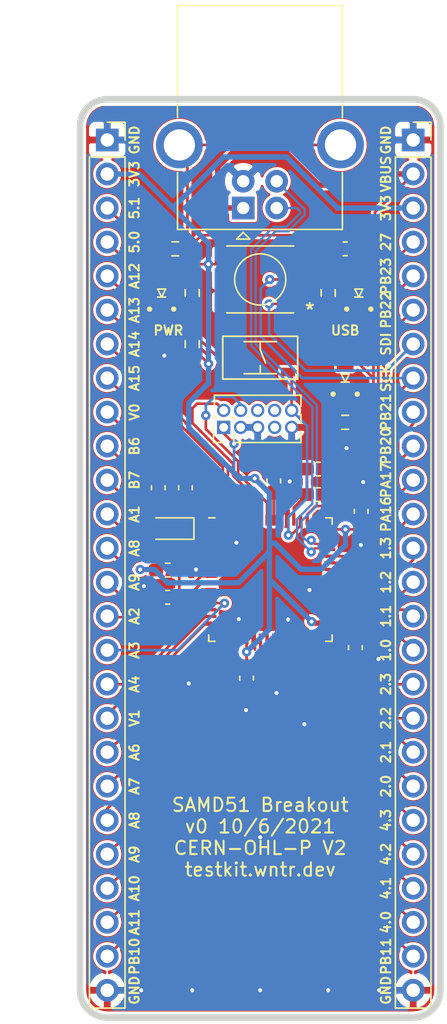
<source format=kicad_pcb>
(kicad_pcb (version 20171130) (host pcbnew "(5.1.10-1-10_14)")
  (title_block (title "Project name") (date 2021-09-17) (rev v0) (company Winterbloom) (comment 1 "CERN OHL-P V2") (comment 2 project.wntr.dev))
  (layers (0 F.Cu signal) (31 B.Cu signal) (34 B.Paste user) (35 F.Paste user) (36 B.SilkS user) (37 F.SilkS user) (38 B.Mask user) (39 F.Mask user) (44 Edge.Cuts user))
  (net 0 "")
  (net 1 GND)
  (net 2 /XIN)
  (net 3 /XOUT)
  (net 4 "Net-(C3-Pad1)")
  (net 5 /ADC0.AIN1+ANAREF.VREF0)
  (net 6 /VDDCORE)
  (net 7 +3V3)
  (net 8 "Net-(D1-Pad1)")
  (net 9 /VBUS)
  (net 10 "Net-(D2-Pad1)")
  (net 11 "Net-(D3-Pad6)")
  (net 12 "Net-(D3-Pad5)")
  (net 13 /DOTSTAR_SCK)
  (net 14 /DOTSTAR_SDI)
  (net 15 "Net-(D4-Pad1)")
  (net 16 /D-)
  (net 17 /D+)
  (net 18 "Net-(J2-Pad6)")
  (net 19 /SWCLK)
  (net 20 /RESET)
  (net 21 /SWDIO)
  (net 22 /ADC0.AIN15)
  (net 23 /ADC0.AIN14)
  (net 24 /ADC0.AIN13)
  (net 25 /ADC0.AIN12)
  (net 26 /SERCOM5.0)
  (net 27 /SERCOM5.1)
  (net 28 "Net-(U2-Pad55)")
  (net 29 /PA27)
  (net 30 /PB23)
  (net 31 /PB22)
  (net 32 /PA21)
  (net 33 /PA20)
  (net 34 /PA17)
  (net 35 /PA16)
  (net 36 /SERCOM1.3)
  (net 37 /SERCOM1.2)
  (net 38 /SERCOM1.1)
  (net 39 /SERCOM1.0)
  (net 40 /SERCOM2.3)
  (net 41 /SERCOM2.2)
  (net 42 /SERCOM2.1)
  (net 43 /SERCOM2.0)
  (net 44 /SERCOM4.3)
  (net 45 /SERCOM4.2)
  (net 46 /SERCOM4.1)
  (net 47 /SERCOM4.0)
  (net 48 /PB11)
  (net 49 /PB10)
  (net 50 /ADC0.AIN11)
  (net 51 /ADC0.AIN10)
  (net 52 /ADC0.AIN9+ADC1.AIN3)
  (net 53 /ADC0.AIN8+ADC1.AIN2)
  (net 54 /ADC0.AIN7)
  (net 55 /ADC0.AIN6+ANAREF.VREF2)
  (net 56 /DAC.VOUT1)
  (net 57 /ADC0.AIN4+ANAREF.VREF1)
  (net 58 /ADC0.AIN3+ADC1.AIN1)
  (net 59 /ADC0.AIN2+ADC1.AIN0)
  (net 60 /ADC1.AIN9)
  (net 61 /ADC1.AIN8)
  (net 62 /ADC1.AIN7)
  (net 63 /ADC1.AIN6)
  (net 64 /DAC.VOUT0)
  (net 65 "Net-(J2-Pad8)")
  (net 66 "Net-(J2-Pad7)")
  (module Connector_PinSocket_2.54mm:PinSocket_1x26_P2.54mm_Vertical (layer F.Cu) (at 119.38 78.74)
    (fp_text reference J4 hide)
    (fp_text value Conn_01x26 hide)
    (pad 26 thru_hole oval (at 0 63.5) (size 1.7 1.7) (drill 1) (layers *.Cu *.Mask) (net 1 GND))
    (pad 25 thru_hole oval (at 0 60.96) (size 1.7 1.7) (drill 1) (layers *.Cu *.Mask) (net 48 /PB11))
    (pad 24 thru_hole oval (at 0 58.42) (size 1.7 1.7) (drill 1) (layers *.Cu *.Mask) (net 47 /SERCOM4.0))
    (pad 23 thru_hole oval (at 0 55.88) (size 1.7 1.7) (drill 1) (layers *.Cu *.Mask) (net 46 /SERCOM4.1))
    (pad 22 thru_hole oval (at 0 53.34) (size 1.7 1.7) (drill 1) (layers *.Cu *.Mask) (net 45 /SERCOM4.2))
    (pad 21 thru_hole oval (at 0 50.8) (size 1.7 1.7) (drill 1) (layers *.Cu *.Mask) (net 44 /SERCOM4.3))
    (pad 20 thru_hole oval (at 0 48.26) (size 1.7 1.7) (drill 1) (layers *.Cu *.Mask) (net 43 /SERCOM2.0))
    (pad 19 thru_hole oval (at 0 45.72) (size 1.7 1.7) (drill 1) (layers *.Cu *.Mask) (net 42 /SERCOM2.1))
    (pad 18 thru_hole oval (at 0 43.18) (size 1.7 1.7) (drill 1) (layers *.Cu *.Mask) (net 41 /SERCOM2.2))
    (pad 17 thru_hole oval (at 0 40.64) (size 1.7 1.7) (drill 1) (layers *.Cu *.Mask) (net 40 /SERCOM2.3))
    (pad 16 thru_hole oval (at 0 38.1) (size 1.7 1.7) (drill 1) (layers *.Cu *.Mask) (net 39 /SERCOM1.0))
    (pad 15 thru_hole oval (at 0 35.56) (size 1.7 1.7) (drill 1) (layers *.Cu *.Mask) (net 38 /SERCOM1.1))
    (pad 14 thru_hole oval (at 0 33.02) (size 1.7 1.7) (drill 1) (layers *.Cu *.Mask) (net 37 /SERCOM1.2))
    (pad 13 thru_hole oval (at 0 30.48) (size 1.7 1.7) (drill 1) (layers *.Cu *.Mask) (net 36 /SERCOM1.3))
    (pad 12 thru_hole oval (at 0 27.94) (size 1.7 1.7) (drill 1) (layers *.Cu *.Mask) (net 35 /PA16))
    (pad 11 thru_hole oval (at 0 25.4) (size 1.7 1.7) (drill 1) (layers *.Cu *.Mask) (net 34 /PA17))
    (pad 10 thru_hole oval (at 0 22.86) (size 1.7 1.7) (drill 1) (layers *.Cu *.Mask) (net 33 /PA20))
    (pad 9 thru_hole oval (at 0 20.32) (size 1.7 1.7) (drill 1) (layers *.Cu *.Mask) (net 32 /PA21))
    (pad 8 thru_hole oval (at 0 17.78) (size 1.7 1.7) (drill 1) (layers *.Cu *.Mask) (net 13 /DOTSTAR_SCK))
    (pad 7 thru_hole oval (at 0 15.24) (size 1.7 1.7) (drill 1) (layers *.Cu *.Mask) (net 14 /DOTSTAR_SDI))
    (pad 6 thru_hole oval (at 0 12.7) (size 1.7 1.7) (drill 1) (layers *.Cu *.Mask) (net 31 /PB22))
    (pad 5 thru_hole oval (at 0 10.16) (size 1.7 1.7) (drill 1) (layers *.Cu *.Mask) (net 30 /PB23))
    (pad 4 thru_hole oval (at 0 7.62) (size 1.7 1.7) (drill 1) (layers *.Cu *.Mask) (net 29 /PA27))
    (pad 3 thru_hole oval (at 0 5.08) (size 1.7 1.7) (drill 1) (layers *.Cu *.Mask) (net 7 +3V3))
    (pad 2 thru_hole oval (at 0 2.54) (size 1.7 1.7) (drill 1) (layers *.Cu *.Mask) (net 9 /VBUS))
    (pad 1 thru_hole rect (at 0 0) (size 1.7 1.7) (drill 1) (layers *.Cu *.Mask) (net 1 GND))
  )
  (module Connector_PinSocket_2.54mm:PinSocket_1x26_P2.54mm_Vertical (layer F.Cu) (at 96.52 78.74)
    (fp_text reference J3 hide)
    (fp_text value Conn_01x26 hide)
    (pad 26 thru_hole oval (at 0 63.5) (size 1.7 1.7) (drill 1) (layers *.Cu *.Mask) (net 1 GND))
    (pad 25 thru_hole oval (at 0 60.96) (size 1.7 1.7) (drill 1) (layers *.Cu *.Mask) (net 49 /PB10))
    (pad 24 thru_hole oval (at 0 58.42) (size 1.7 1.7) (drill 1) (layers *.Cu *.Mask) (net 50 /ADC0.AIN11))
    (pad 23 thru_hole oval (at 0 55.88) (size 1.7 1.7) (drill 1) (layers *.Cu *.Mask) (net 51 /ADC0.AIN10))
    (pad 22 thru_hole oval (at 0 53.34) (size 1.7 1.7) (drill 1) (layers *.Cu *.Mask) (net 52 /ADC0.AIN9+ADC1.AIN3))
    (pad 21 thru_hole oval (at 0 50.8) (size 1.7 1.7) (drill 1) (layers *.Cu *.Mask) (net 53 /ADC0.AIN8+ADC1.AIN2))
    (pad 20 thru_hole oval (at 0 48.26) (size 1.7 1.7) (drill 1) (layers *.Cu *.Mask) (net 54 /ADC0.AIN7))
    (pad 19 thru_hole oval (at 0 45.72) (size 1.7 1.7) (drill 1) (layers *.Cu *.Mask) (net 55 /ADC0.AIN6+ANAREF.VREF2))
    (pad 18 thru_hole oval (at 0 43.18) (size 1.7 1.7) (drill 1) (layers *.Cu *.Mask) (net 56 /DAC.VOUT1))
    (pad 17 thru_hole oval (at 0 40.64) (size 1.7 1.7) (drill 1) (layers *.Cu *.Mask) (net 57 /ADC0.AIN4+ANAREF.VREF1))
    (pad 16 thru_hole oval (at 0 38.1) (size 1.7 1.7) (drill 1) (layers *.Cu *.Mask) (net 58 /ADC0.AIN3+ADC1.AIN1))
    (pad 15 thru_hole oval (at 0 35.56) (size 1.7 1.7) (drill 1) (layers *.Cu *.Mask) (net 59 /ADC0.AIN2+ADC1.AIN0))
    (pad 14 thru_hole oval (at 0 33.02) (size 1.7 1.7) (drill 1) (layers *.Cu *.Mask) (net 60 /ADC1.AIN9))
    (pad 13 thru_hole oval (at 0 30.48) (size 1.7 1.7) (drill 1) (layers *.Cu *.Mask) (net 61 /ADC1.AIN8))
    (pad 12 thru_hole oval (at 0 27.94) (size 1.7 1.7) (drill 1) (layers *.Cu *.Mask) (net 5 /ADC0.AIN1+ANAREF.VREF0))
    (pad 11 thru_hole oval (at 0 25.4) (size 1.7 1.7) (drill 1) (layers *.Cu *.Mask) (net 62 /ADC1.AIN7))
    (pad 10 thru_hole oval (at 0 22.86) (size 1.7 1.7) (drill 1) (layers *.Cu *.Mask) (net 63 /ADC1.AIN6))
    (pad 9 thru_hole oval (at 0 20.32) (size 1.7 1.7) (drill 1) (layers *.Cu *.Mask) (net 64 /DAC.VOUT0))
    (pad 8 thru_hole oval (at 0 17.78) (size 1.7 1.7) (drill 1) (layers *.Cu *.Mask) (net 22 /ADC0.AIN15))
    (pad 7 thru_hole oval (at 0 15.24) (size 1.7 1.7) (drill 1) (layers *.Cu *.Mask) (net 23 /ADC0.AIN14))
    (pad 6 thru_hole oval (at 0 12.7) (size 1.7 1.7) (drill 1) (layers *.Cu *.Mask) (net 24 /ADC0.AIN13))
    (pad 5 thru_hole oval (at 0 10.16) (size 1.7 1.7) (drill 1) (layers *.Cu *.Mask) (net 25 /ADC0.AIN12))
    (pad 4 thru_hole oval (at 0 7.62) (size 1.7 1.7) (drill 1) (layers *.Cu *.Mask) (net 26 /SERCOM5.0))
    (pad 3 thru_hole oval (at 0 5.08) (size 1.7 1.7) (drill 1) (layers *.Cu *.Mask) (net 27 /SERCOM5.1))
    (pad 2 thru_hole oval (at 0 2.54) (size 1.7 1.7) (drill 1) (layers *.Cu *.Mask) (net 7 +3V3))
    (pad 1 thru_hole rect (at 0 0) (size 1.7 1.7) (drill 1) (layers *.Cu *.Mask) (net 1 GND))
  )
  (module Connector_PinHeader_1.27mm:PinHeader_2x05_P1.27mm_Vertical (layer F.Cu) (at 105.2195 100.203 90)
    (fp_text reference J2 hide)
    (fp_text value SWD hide)
    (pad 10 thru_hole oval (at 1.27 5.08 90) (size 1 1) (drill 0.65) (layers *.Cu *.Mask) (net 20 /RESET))
    (pad 9 thru_hole oval (at 0 5.08 90) (size 1 1) (drill 0.65) (layers *.Cu *.Mask) (net 1 GND))
    (pad 8 thru_hole oval (at 1.27 3.81 90) (size 1 1) (drill 0.65) (layers *.Cu *.Mask) (net 65 "Net-(J2-Pad8)"))
    (pad 7 thru_hole oval (at 0 3.81 90) (size 1 1) (drill 0.65) (layers *.Cu *.Mask) (net 66 "Net-(J2-Pad7)"))
    (pad 6 thru_hole oval (at 1.27 2.54 90) (size 1 1) (drill 0.65) (layers *.Cu *.Mask) (net 18 "Net-(J2-Pad6)"))
    (pad 5 thru_hole oval (at 0 2.54 90) (size 1 1) (drill 0.65) (layers *.Cu *.Mask) (net 1 GND))
    (pad 4 thru_hole oval (at 1.27 1.27 90) (size 1 1) (drill 0.65) (layers *.Cu *.Mask) (net 19 /SWCLK))
    (pad 3 thru_hole oval (at 0 1.27 90) (size 1 1) (drill 0.65) (layers *.Cu *.Mask) (net 1 GND))
    (pad 2 thru_hole oval (at 1.27 0 90) (size 1 1) (drill 0.65) (layers *.Cu *.Mask) (net 21 /SWDIO))
    (pad 1 thru_hole rect (at 0 0 90) (size 1 1) (drill 0.65) (layers *.Cu *.Mask) (net 7 +3V3))
  )
  (module Connector_USB:USB_B_OST_USB-B1HSxx_Horizontal (layer F.Cu) (at 106.68 83.82 90)
    (fp_text reference J1 hide)
    (fp_text value USB_B_Receptacle hide)
    (pad 5 thru_hole circle (at 4.71 7.27 90) (size 3.5 3.5) (drill 2.33) (layers *.Cu *.Mask) (net 4 "Net-(C3-Pad1)"))
    (pad 5 thru_hole circle (at 4.71 -4.77 90) (size 3.5 3.5) (drill 2.33) (layers *.Cu *.Mask) (net 4 "Net-(C3-Pad1)"))
    (pad 4 thru_hole circle (at 2 0 90) (size 1.7 1.7) (drill 0.92) (layers *.Cu *.Mask) (net 1 GND))
    (pad 3 thru_hole circle (at 2 2.5 90) (size 1.7 1.7) (drill 0.92) (layers *.Cu *.Mask) (net 17 /D+))
    (pad 2 thru_hole circle (at 0 2.5 90) (size 1.7 1.7) (drill 0.92) (layers *.Cu *.Mask) (net 16 /D-))
    (pad 1 thru_hole rect (at 0 0 90) (size 1.7 1.7) (drill 0.92) (layers *.Cu *.Mask) (net 9 /VBUS))
  )
  (module Crystal:Crystal_SMD_2012-2Pin_2.0x1.2mm_HandSoldering (layer F.Cu) (at 101.346 107.7595 180)
    (fp_text reference Y1 hide)
    (fp_text value 32.768kHz hide)
    (pad 2 smd rect (at 0.925 0 180) (size 1.05 1.1) (layers F.Cu F.Paste F.Mask) (net 3 /XOUT))
    (pad 1 smd rect (at -0.925 0 180) (size 1.05 1.1) (layers F.Cu F.Paste F.Mask) (net 2 /XIN))
  )
  (module Package_DFN_QFN:QFN-64-1EP_9x9mm_P0.5mm_EP3.8x3.8mm (layer F.Cu) (at 108.712 111.5695)
    (fp_text reference U2 hide)
    (fp_text value ATSAMD51J20A-M hide)
    (pad 65 smd rect (at 0 0) (size 3.8 3.8) (layers F.Cu F.Mask) (net 1 GND))
    (pad 64 smd roundrect (at -3.75 -4.4375) (size 0.25 0.825) (layers F.Cu F.Paste F.Mask) (net 22 /ADC0.AIN15))
    (pad 63 smd roundrect (at -3.25 -4.4375) (size 0.25 0.825) (layers F.Cu F.Paste F.Mask) (net 23 /ADC0.AIN14))
    (pad 62 smd roundrect (at -2.75 -4.4375) (size 0.25 0.825) (layers F.Cu F.Paste F.Mask) (net 24 /ADC0.AIN13))
    (pad 61 smd roundrect (at -2.25 -4.4375) (size 0.25 0.825) (layers F.Cu F.Paste F.Mask) (net 25 /ADC0.AIN12))
    (pad 60 smd roundrect (at -1.75 -4.4375) (size 0.25 0.825) (layers F.Cu F.Paste F.Mask) (net 26 /SERCOM5.0))
    (pad 59 smd roundrect (at -1.25 -4.4375) (size 0.25 0.825) (layers F.Cu F.Paste F.Mask) (net 27 /SERCOM5.1))
    (pad 58 smd roundrect (at -0.75 -4.4375) (size 0.25 0.825) (layers F.Cu F.Paste F.Mask) (net 21 /SWDIO))
    (pad 57 smd roundrect (at -0.25 -4.4375) (size 0.25 0.825) (layers F.Cu F.Paste F.Mask) (net 19 /SWCLK))
    (pad 56 smd roundrect (at 0.25 -4.4375) (size 0.25 0.825) (layers F.Cu F.Paste F.Mask) (net 7 +3V3))
    (pad 55 smd roundrect (at 0.75 -4.4375) (size 0.25 0.825) (layers F.Cu F.Paste F.Mask) (net 28 "Net-(U2-Pad55)"))
    (pad 54 smd roundrect (at 1.25 -4.4375) (size 0.25 0.825) (layers F.Cu F.Paste F.Mask) (net 1 GND))
    (pad 53 smd roundrect (at 1.75 -4.4375) (size 0.25 0.825) (layers F.Cu F.Paste F.Mask) (net 6 /VDDCORE))
    (pad 52 smd roundrect (at 2.25 -4.4375) (size 0.25 0.825) (layers F.Cu F.Paste F.Mask) (net 20 /RESET))
    (pad 51 smd roundrect (at 2.75 -4.4375) (size 0.25 0.825) (layers F.Cu F.Paste F.Mask) (net 29 /PA27))
    (pad 50 smd roundrect (at 3.25 -4.4375) (size 0.25 0.825) (layers F.Cu F.Paste F.Mask) (net 30 /PB23))
    (pad 49 smd roundrect (at 3.75 -4.4375) (size 0.25 0.825) (layers F.Cu F.Paste F.Mask) (net 31 /PB22))
    (pad 48 smd roundrect (at 4.4375 -3.75) (size 0.825 0.25) (layers F.Cu F.Paste F.Mask) (net 7 +3V3))
    (pad 47 smd roundrect (at 4.4375 -3.25) (size 0.825 0.25) (layers F.Cu F.Paste F.Mask) (net 1 GND))
    (pad 46 smd roundrect (at 4.4375 -2.75) (size 0.825 0.25) (layers F.Cu F.Paste F.Mask) (net 17 /D+))
    (pad 45 smd roundrect (at 4.4375 -2.25) (size 0.825 0.25) (layers F.Cu F.Paste F.Mask) (net 16 /D-))
    (pad 44 smd roundrect (at 4.4375 -1.75) (size 0.825 0.25) (layers F.Cu F.Paste F.Mask) (net 14 /DOTSTAR_SDI))
    (pad 43 smd roundrect (at 4.4375 -1.25) (size 0.825 0.25) (layers F.Cu F.Paste F.Mask) (net 13 /DOTSTAR_SCK))
    (pad 42 smd roundrect (at 4.4375 -0.75) (size 0.825 0.25) (layers F.Cu F.Paste F.Mask) (net 32 /PA21))
    (pad 41 smd roundrect (at 4.4375 -0.25) (size 0.825 0.25) (layers F.Cu F.Paste F.Mask) (net 33 /PA20))
    (pad 40 smd roundrect (at 4.4375 0.25) (size 0.825 0.25) (layers F.Cu F.Paste F.Mask) (net 34 /PA17))
    (pad 39 smd roundrect (at 4.4375 0.75) (size 0.825 0.25) (layers F.Cu F.Paste F.Mask) (net 35 /PA16))
    (pad 38 smd roundrect (at 4.4375 1.25) (size 0.825 0.25) (layers F.Cu F.Paste F.Mask) (net 36 /SERCOM1.3))
    (pad 37 smd roundrect (at 4.4375 1.75) (size 0.825 0.25) (layers F.Cu F.Paste F.Mask) (net 37 /SERCOM1.2))
    (pad 36 smd roundrect (at 4.4375 2.25) (size 0.825 0.25) (layers F.Cu F.Paste F.Mask) (net 38 /SERCOM1.1))
    (pad 35 smd roundrect (at 4.4375 2.75) (size 0.825 0.25) (layers F.Cu F.Paste F.Mask) (net 39 /SERCOM1.0))
    (pad 34 smd roundrect (at 4.4375 3.25) (size 0.825 0.25) (layers F.Cu F.Paste F.Mask) (net 7 +3V3))
    (pad 33 smd roundrect (at 4.4375 3.75) (size 0.825 0.25) (layers F.Cu F.Paste F.Mask) (net 1 GND))
    (pad 32 smd roundrect (at 3.75 4.4375) (size 0.25 0.825) (layers F.Cu F.Paste F.Mask) (net 40 /SERCOM2.3))
    (pad 31 smd roundrect (at 3.25 4.4375) (size 0.25 0.825) (layers F.Cu F.Paste F.Mask) (net 41 /SERCOM2.2))
    (pad 30 smd roundrect (at 2.75 4.4375) (size 0.25 0.825) (layers F.Cu F.Paste F.Mask) (net 42 /SERCOM2.1))
    (pad 29 smd roundrect (at 2.25 4.4375) (size 0.25 0.825) (layers F.Cu F.Paste F.Mask) (net 43 /SERCOM2.0))
    (pad 28 smd roundrect (at 1.75 4.4375) (size 0.25 0.825) (layers F.Cu F.Paste F.Mask) (net 44 /SERCOM4.3))
    (pad 27 smd roundrect (at 1.25 4.4375) (size 0.25 0.825) (layers F.Cu F.Paste F.Mask) (net 45 /SERCOM4.2))
    (pad 26 smd roundrect (at 0.75 4.4375) (size 0.25 0.825) (layers F.Cu F.Paste F.Mask) (net 46 /SERCOM4.1))
    (pad 25 smd roundrect (at 0.25 4.4375) (size 0.25 0.825) (layers F.Cu F.Paste F.Mask) (net 47 /SERCOM4.0))
    (pad 24 smd roundrect (at -0.25 4.4375) (size 0.25 0.825) (layers F.Cu F.Paste F.Mask) (net 48 /PB11))
    (pad 23 smd roundrect (at -0.75 4.4375) (size 0.25 0.825) (layers F.Cu F.Paste F.Mask) (net 49 /PB10))
    (pad 22 smd roundrect (at -1.25 4.4375) (size 0.25 0.825) (layers F.Cu F.Paste F.Mask) (net 1 GND))
    (pad 21 smd roundrect (at -1.75 4.4375) (size 0.25 0.825) (layers F.Cu F.Paste F.Mask) (net 7 +3V3))
    (pad 20 smd roundrect (at -2.25 4.4375) (size 0.25 0.825) (layers F.Cu F.Paste F.Mask) (net 50 /ADC0.AIN11))
    (pad 19 smd roundrect (at -2.75 4.4375) (size 0.25 0.825) (layers F.Cu F.Paste F.Mask) (net 51 /ADC0.AIN10))
    (pad 18 smd roundrect (at -3.25 4.4375) (size 0.25 0.825) (layers F.Cu F.Paste F.Mask) (net 52 /ADC0.AIN9+ADC1.AIN3))
    (pad 17 smd roundrect (at -3.75 4.4375) (size 0.25 0.825) (layers F.Cu F.Paste F.Mask) (net 53 /ADC0.AIN8+ADC1.AIN2))
    (pad 16 smd roundrect (at -4.4375 3.75) (size 0.825 0.25) (layers F.Cu F.Paste F.Mask) (net 54 /ADC0.AIN7))
    (pad 15 smd roundrect (at -4.4375 3.25) (size 0.825 0.25) (layers F.Cu F.Paste F.Mask) (net 55 /ADC0.AIN6+ANAREF.VREF2))
    (pad 14 smd roundrect (at -4.4375 2.75) (size 0.825 0.25) (layers F.Cu F.Paste F.Mask) (net 56 /DAC.VOUT1))
    (pad 13 smd roundrect (at -4.4375 2.25) (size 0.825 0.25) (layers F.Cu F.Paste F.Mask) (net 57 /ADC0.AIN4+ANAREF.VREF1))
    (pad 12 smd roundrect (at -4.4375 1.75) (size 0.825 0.25) (layers F.Cu F.Paste F.Mask) (net 58 /ADC0.AIN3+ADC1.AIN1))
    (pad 11 smd roundrect (at -4.4375 1.25) (size 0.825 0.25) (layers F.Cu F.Paste F.Mask) (net 59 /ADC0.AIN2+ADC1.AIN0))
    (pad 10 smd roundrect (at -4.4375 0.75) (size 0.825 0.25) (layers F.Cu F.Paste F.Mask) (net 60 /ADC1.AIN9))
    (pad 9 smd roundrect (at -4.4375 0.25) (size 0.825 0.25) (layers F.Cu F.Paste F.Mask) (net 61 /ADC1.AIN8))
    (pad 8 smd roundrect (at -4.4375 -0.25) (size 0.825 0.25) (layers F.Cu F.Paste F.Mask) (net 5 /ADC0.AIN1+ANAREF.VREF0))
    (pad 7 smd roundrect (at -4.4375 -0.75) (size 0.825 0.25) (layers F.Cu F.Paste F.Mask) (net 1 GND))
    (pad 6 smd roundrect (at -4.4375 -1.25) (size 0.825 0.25) (layers F.Cu F.Paste F.Mask) (net 62 /ADC1.AIN7))
    (pad 5 smd roundrect (at -4.4375 -1.75) (size 0.825 0.25) (layers F.Cu F.Paste F.Mask) (net 63 /ADC1.AIN6))
    (pad 4 smd roundrect (at -4.4375 -2.25) (size 0.825 0.25) (layers F.Cu F.Paste F.Mask) (net 5 /ADC0.AIN1+ANAREF.VREF0))
    (pad 3 smd roundrect (at -4.4375 -2.75) (size 0.825 0.25) (layers F.Cu F.Paste F.Mask) (net 64 /DAC.VOUT0))
    (pad 2 smd roundrect (at -4.4375 -3.25) (size 0.825 0.25) (layers F.Cu F.Paste F.Mask) (net 3 /XOUT))
    (pad 1 smd roundrect (at -4.4375 -3.75) (size 0.825 0.25) (layers F.Cu F.Paste F.Mask) (net 2 /XIN))
  )
  (module winterbloom:Tactile_Switch_4.2mm (layer F.Cu) (at 107.95 94.996 180)
    (fp_text reference SW1 hide)
    (fp_text value RESET hide)
    (pad 2 smd rect (at 2.07264 1.07442 270) (size 0.6477 1.04902) (layers F.Cu F.Paste F.Mask) (net 1 GND))
    (pad 2 smd rect (at -2.07264 1.07442 270) (size 0.6477 1.04902) (layers F.Cu F.Paste F.Mask) (net 1 GND))
    (pad 1 smd rect (at 2.07264 -1.07442 270) (size 0.6477 1.04902) (layers F.Cu F.Paste F.Mask) (net 20 /RESET))
    (pad 1 smd rect (at -2.07264 -1.07442 270) (size 0.6477 1.04902) (layers F.Cu F.Paste F.Mask) (net 20 /RESET))
  )
  (module Resistor_SMD:R_0603_1608Metric_Pad0.98x0.95mm_HandSolder (layer F.Cu) (at 114.3 99.822 180)
    (fp_text reference R5 hide)
    (fp_text value 10k hide)
    (pad 2 smd roundrect (at 0.9125 0 180) (size 0.975 0.95) (layers F.Cu F.Paste F.Mask) (net 1 GND))
    (pad 1 smd roundrect (at -0.9125 0 180) (size 0.975 0.95) (layers F.Cu F.Paste F.Mask) (net 15 "Net-(D4-Pad1)"))
  )
  (module Resistor_SMD:R_0603_1608Metric_Pad0.98x0.95mm_HandSolder (layer F.Cu) (at 101.6 86.868 180)
    (fp_text reference R4 hide)
    (fp_text value 10k hide)
    (pad 2 smd roundrect (at 0.9125 0 180) (size 0.975 0.95) (layers F.Cu F.Paste F.Mask) (net 1 GND))
    (pad 1 smd roundrect (at -0.9125 0 180) (size 0.975 0.95) (layers F.Cu F.Paste F.Mask) (net 4 "Net-(C3-Pad1)"))
  )
  (module Resistor_SMD:R_0603_1608Metric_Pad0.98x0.95mm_HandSolder (layer F.Cu) (at 102.87 93.98 90)
    (fp_text reference R3 hide)
    (fp_text value 10k hide)
    (pad 2 smd roundrect (at 0.9125 0 90) (size 0.975 0.95) (layers F.Cu F.Paste F.Mask) (net 20 /RESET))
    (pad 1 smd roundrect (at -0.9125 0 90) (size 0.975 0.95) (layers F.Cu F.Paste F.Mask) (net 7 +3V3))
  )
  (module Resistor_SMD:R_0603_1608Metric_Pad0.98x0.95mm_HandSolder (layer F.Cu) (at 113.03 90.17 270)
    (fp_text reference R2 hide)
    (fp_text value 10k hide)
    (pad 2 smd roundrect (at 0.9125 0 270) (size 0.975 0.95) (layers F.Cu F.Paste F.Mask) (net 1 GND))
    (pad 1 smd roundrect (at -0.9125 0 270) (size 0.975 0.95) (layers F.Cu F.Paste F.Mask) (net 10 "Net-(D2-Pad1)"))
  )
  (module Resistor_SMD:R_0603_1608Metric_Pad0.98x0.95mm_HandSolder (layer F.Cu) (at 102.87 90.17 270)
    (fp_text reference R1 hide)
    (fp_text value 10k hide)
    (pad 2 smd roundrect (at 0.9125 0 270) (size 0.975 0.95) (layers F.Cu F.Paste F.Mask) (net 1 GND))
    (pad 1 smd roundrect (at -0.9125 0 270) (size 0.975 0.95) (layers F.Cu F.Paste F.Mask) (net 8 "Net-(D1-Pad1)"))
  )
  (module Inductor_SMD:L_0603_1608Metric_Pad1.05x0.95mm_HandSolder (layer F.Cu) (at 101.0412 110.8583 180)
    (fp_text reference FB1 hide)
    (fp_text value 300mA hide)
    (pad 2 smd roundrect (at 0.875 0 180) (size 1.05 0.95) (layers F.Cu F.Paste F.Mask) (net 7 +3V3))
    (pad 1 smd roundrect (at -0.875 0 180) (size 1.05 0.95) (layers F.Cu F.Paste F.Mask) (net 5 /ADC0.AIN1+ANAREF.VREF0))
  )
  (module winterbloom:LED_0805_Kingbright_APT2012 (layer F.Cu) (at 114.3 96.52 90)
    (fp_text reference D4 hide)
    (fp_text value ACT hide)
    (pad 2 smd roundrect (at 1.175 0 90) (size 1.25 1.25) (layers F.Cu F.Paste F.Mask) (roundrect_rratio 0.05) (net 29 /PA27))
    (pad 1 smd roundrect (at -1.175 0 90) (size 1.25 1.25) (layers F.Cu F.Paste F.Mask) (roundrect_rratio 0.05) (net 15 "Net-(D4-Pad1)"))
  )
  (module winterbloom:Dotstar_5050 (layer F.Cu) (at 107.95 89.154 180)
    (fp_text reference D3 hide)
    (fp_text value Dotstar hide)
    (fp_text user * (at -3.7 -2.3) (layer F.SilkS))
    (pad 6 smd rect (at 2.4 -1.7 270) (size 1.1 2) (layers F.Cu F.Paste F.Mask) (net 11 "Net-(D3-Pad6)"))
    (pad 5 smd rect (at 2.4 0 270) (size 1.1 2) (layers F.Cu F.Paste F.Mask) (net 12 "Net-(D3-Pad5)"))
    (pad 4 smd rect (at 2.4 1.7 270) (size 1.1 2) (layers F.Cu F.Paste F.Mask) (net 7 +3V3))
    (pad 3 smd rect (at -2.4 1.7 270) (size 1.1 2) (layers F.Cu F.Paste F.Mask) (net 1 GND))
    (pad 2 smd rect (at -2.4 0 270) (size 1.1 2) (layers F.Cu F.Paste F.Mask) (net 13 /DOTSTAR_SCK))
    (pad 1 smd rect (at -2.4 -1.7 270) (size 1.1 2) (layers F.Cu F.Paste F.Mask) (net 14 /DOTSTAR_SDI))
  )
  (module winterbloom:LED_0805_Kingbright_APT2012 (layer F.Cu) (at 115.316 90.17 90)
    (fp_text reference D2 hide)
    (fp_text value USB hide)
    (pad 2 smd roundrect (at 1.175 0 90) (size 1.25 1.25) (layers F.Cu F.Paste F.Mask) (roundrect_rratio 0.05) (net 9 /VBUS))
    (pad 1 smd roundrect (at -1.175 0 90) (size 1.25 1.25) (layers F.Cu F.Paste F.Mask) (roundrect_rratio 0.05) (net 10 "Net-(D2-Pad1)"))
  )
  (module winterbloom:LED_0805_Kingbright_APT2012 (layer F.Cu) (at 100.584 90.17 90)
    (fp_text reference D1 hide)
    (fp_text value POWER hide)
    (pad 2 smd roundrect (at 1.175 0 90) (size 1.25 1.25) (layers F.Cu F.Paste F.Mask) (roundrect_rratio 0.05) (net 7 +3V3))
    (pad 1 smd roundrect (at -1.175 0 90) (size 1.25 1.25) (layers F.Cu F.Paste F.Mask) (roundrect_rratio 0.05) (net 8 "Net-(D1-Pad1)"))
  )
  (module Capacitor_SMD:C_0603_1608Metric_Pad1.08x0.95mm_HandSolder (layer F.Cu) (at 108.966 104.2035 90)
    (fp_text reference C10 hide)
    (fp_text value 0.1uF hide)
    (pad 2 smd roundrect (at 0.8625 0 90) (size 1.075 0.95) (layers F.Cu F.Paste F.Mask) (net 1 GND))
    (pad 1 smd roundrect (at -0.8625 0 90) (size 1.075 0.95) (layers F.Cu F.Paste F.Mask) (net 7 +3V3))
  )
  (module Capacitor_SMD:C_0603_1608Metric_Pad1.08x0.95mm_HandSolder (layer F.Cu) (at 115.4938 106.4768 90)
    (fp_text reference C9 hide)
    (fp_text value 0.1uF hide)
    (pad 2 smd roundrect (at 0.8625 0 90) (size 1.075 0.95) (layers F.Cu F.Paste F.Mask) (net 1 GND))
    (pad 1 smd roundrect (at -0.8625 0 90) (size 1.075 0.95) (layers F.Cu F.Paste F.Mask) (net 7 +3V3))
  )
  (module Capacitor_SMD:C_0603_1608Metric_Pad1.08x0.95mm_HandSolder (layer F.Cu) (at 115.062 116.6495 270)
    (fp_text reference C8 hide)
    (fp_text value 0.1uF hide)
    (pad 2 smd roundrect (at 0.8625 0 270) (size 1.075 0.95) (layers F.Cu F.Paste F.Mask) (net 1 GND))
    (pad 1 smd roundrect (at -0.8625 0 270) (size 1.075 0.95) (layers F.Cu F.Paste F.Mask) (net 7 +3V3))
  )
  (module Capacitor_SMD:C_0603_1608Metric_Pad1.08x0.95mm_HandSolder (layer F.Cu) (at 106.934 118.9355 270)
    (fp_text reference C7 hide)
    (fp_text value 0.1uF hide)
    (pad 2 smd roundrect (at 0.8625 0 270) (size 1.075 0.95) (layers F.Cu F.Paste F.Mask) (net 1 GND))
    (pad 1 smd roundrect (at -0.8625 0 270) (size 1.075 0.95) (layers F.Cu F.Paste F.Mask) (net 7 +3V3))
  )
  (module Capacitor_SMD:C_0603_1608Metric_Pad1.08x0.95mm_HandSolder (layer F.Cu) (at 112.2945 103.3145)
    (fp_text reference C6 hide)
    (fp_text value 4.7uF hide)
    (pad 2 smd roundrect (at 0.8625 0) (size 1.075 0.95) (layers F.Cu F.Paste F.Mask) (net 1 GND))
    (pad 1 smd roundrect (at -0.8625 0) (size 1.075 0.95) (layers F.Cu F.Paste F.Mask) (net 6 /VDDCORE))
  )
  (module Capacitor_SMD:C_0603_1608Metric_Pad1.08x0.95mm_HandSolder (layer F.Cu) (at 112.2945 105.2195)
    (fp_text reference C5 hide)
    (fp_text value 0.1uF hide)
    (pad 2 smd roundrect (at 0.8625 0) (size 1.075 0.95) (layers F.Cu F.Paste F.Mask) (net 1 GND))
    (pad 1 smd roundrect (at -0.8625 0) (size 1.075 0.95) (layers F.Cu F.Paste F.Mask) (net 6 /VDDCORE))
  )
  (module Capacitor_SMD:C_0603_1608Metric_Pad1.08x0.95mm_HandSolder (layer F.Cu) (at 101.0412 112.8903 180)
    (fp_text reference C4 hide)
    (fp_text value 0.1uF hide)
    (pad 2 smd roundrect (at 0.8625 0 180) (size 1.075 0.95) (layers F.Cu F.Paste F.Mask) (net 1 GND))
    (pad 1 smd roundrect (at -0.8625 0 180) (size 1.075 0.95) (layers F.Cu F.Paste F.Mask) (net 5 /ADC0.AIN1+ANAREF.VREF0))
  )
  (module Capacitor_SMD:C_0603_1608Metric_Pad1.08x0.95mm_HandSolder (layer F.Cu) (at 114.3 86.868)
    (fp_text reference C3 hide)
    (fp_text value 4.7nF hide)
    (pad 2 smd roundrect (at 0.8625 0) (size 1.075 0.95) (layers F.Cu F.Paste F.Mask) (net 1 GND))
    (pad 1 smd roundrect (at -0.8625 0) (size 1.075 0.95) (layers F.Cu F.Paste F.Mask) (net 4 "Net-(C3-Pad1)"))
  )
  (module Capacitor_SMD:C_0603_1608Metric_Pad1.08x0.95mm_HandSolder (layer F.Cu) (at 100.33 104.7115 90)
    (fp_text reference C2 hide)
    (fp_text value 18pF hide)
    (pad 2 smd roundrect (at 0.8625 0 90) (size 1.075 0.95) (layers F.Cu F.Paste F.Mask) (net 1 GND))
    (pad 1 smd roundrect (at -0.8625 0 90) (size 1.075 0.95) (layers F.Cu F.Paste F.Mask) (net 3 /XOUT))
  )
  (module Capacitor_SMD:C_0603_1608Metric_Pad1.08x0.95mm_HandSolder (layer F.Cu) (at 102.362 104.7115 90)
    (fp_text reference C1 hide)
    (fp_text value 18pF hide)
    (pad 2 smd roundrect (at 0.8625 0 90) (size 1.075 0.95) (layers F.Cu F.Paste F.Mask) (net 1 GND))
    (pad 1 smd roundrect (at -0.8625 0 90) (size 1.075 0.95) (layers F.Cu F.Paste F.Mask) (net 2 /XIN))
  )
  (gr_text "SAMD51 Breakout\nv0 10/6/2021\nCERN-OHL-P V2\ntestkit.wntr.dev" (at 107.95 130.81) (layer F.SilkS) (effects (font (size 1 1))))
  (gr_text PWR (at 101.092 92.964) (layer F.SilkS) (effects (font (size 0.7 0.7))))
  (gr_text USB (at 114.3 92.964) (layer F.SilkS) (effects (font (size 0.7 0.7))))
  (gr_text GND (at 117.348 142.24 90) (layer F.SilkS) (effects (font (size 0.7 0.7))))
  (gr_text GND (at 98.552 142.24 90) (layer F.SilkS) (effects (font (size 0.7 0.7))))
  (gr_text 2.3 (at 117.348 119.38 90) (layer F.SilkS) (effects (font (size 0.7 0.7))))
  (gr_text PB21 (at 117.348 99.06 90) (layer F.SilkS) (effects (font (size 0.7 0.7))))
  (gr_text 27 (at 117.348 86.36 90) (layer F.SilkS) (effects (font (size 0.7 0.7))))
  (gr_text SDI (at 117.348 93.98 90) (layer F.SilkS) (effects (font (size 0.7 0.7))))
  (gr_text PA16 (at 117.348 106.68 90) (layer F.SilkS) (effects (font (size 0.7 0.7))))
  (gr_text SCK (at 117.348 96.52 90) (layer F.SilkS) (effects (font (size 0.7 0.7))))
  (gr_text PB23 (at 117.348 88.9 90) (layer F.SilkS) (effects (font (size 0.7 0.7))))
  (gr_text GND (at 117.348 78.74 90) (layer F.SilkS) (effects (font (size 0.7 0.7))))
  (gr_text 4.2 (at 117.348 132.08 90) (layer F.SilkS) (effects (font (size 0.7 0.7))))
  (gr_text 2.2 (at 117.348 121.92 90) (layer F.SilkS) (effects (font (size 0.7 0.7))))
  (gr_text PB11 (at 117.348 139.7 90) (layer F.SilkS) (effects (font (size 0.7 0.7))))
  (gr_text PA17 (at 117.348 104.14 90) (layer F.SilkS) (effects (font (size 0.7 0.7))))
  (gr_text PB20 (at 117.348 101.6 90) (layer F.SilkS) (effects (font (size 0.7 0.7))))
  (gr_text 2.1 (at 117.348 124.46 90) (layer F.SilkS) (effects (font (size 0.7 0.7))))
  (gr_text 3V3 (at 117.348 83.82 90) (layer F.SilkS) (effects (font (size 0.7 0.7))))
  (gr_text 4.1 (at 117.348 134.62 90) (layer F.SilkS) (effects (font (size 0.7 0.7))))
  (gr_text 1.3 (at 117.348 109.22 90) (layer F.SilkS) (effects (font (size 0.7 0.7))))
  (gr_text 2.0 (at 117.348 127 90) (layer F.SilkS) (effects (font (size 0.7 0.7))))
  (gr_text 1.2 (at 117.348 111.76 90) (layer F.SilkS) (effects (font (size 0.7 0.7))))
  (gr_text PB22 (at 117.348 91.44 90) (layer F.SilkS) (effects (font (size 0.7 0.7))))
  (gr_text VBUS (at 117.348 81.28 90) (layer F.SilkS) (effects (font (size 0.7 0.7))))
  (gr_text 4.0 (at 117.348 137.16 90) (layer F.SilkS) (effects (font (size 0.7 0.7))))
  (gr_text 4.3 (at 117.348 129.54 90) (layer F.SilkS) (effects (font (size 0.7 0.7))))
  (gr_text 1.0 (at 117.348 116.84 90) (layer F.SilkS) (effects (font (size 0.7 0.7))))
  (gr_text 1.1 (at 117.348 114.3 90) (layer F.SilkS) (effects (font (size 0.7 0.7))))
  (gr_text PB10 (at 98.552 139.7 90) (layer F.SilkS) (effects (font (size 0.7 0.7))))
  (gr_text A11 (at 98.552 137.16 90) (layer F.SilkS) (effects (font (size 0.7 0.7))))
  (gr_text A10 (at 98.552 134.62 90) (layer F.SilkS) (effects (font (size 0.7 0.7))))
  (gr_text A9 (at 98.552 132.08 90) (layer F.SilkS) (effects (font (size 0.7 0.7))))
  (gr_text A8 (at 98.552 129.54 90) (layer F.SilkS) (effects (font (size 0.7 0.7))))
  (gr_text A7 (at 98.552 127 90) (layer F.SilkS) (effects (font (size 0.7 0.7))))
  (gr_text A6 (at 98.552 124.46 90) (layer F.SilkS) (effects (font (size 0.7 0.7))))
  (gr_text V1 (at 98.552 121.92 90) (layer F.SilkS) (effects (font (size 0.7 0.7))))
  (gr_text A4 (at 98.552 119.38 90) (layer F.SilkS) (effects (font (size 0.7 0.7))))
  (gr_text A3 (at 98.552 116.84 90) (layer F.SilkS) (effects (font (size 0.7 0.7))))
  (gr_text A2 (at 98.552 114.3 90) (layer F.SilkS) (effects (font (size 0.7 0.7))))
  (gr_text A9 (at 98.552 111.76 90) (layer F.SilkS) (effects (font (size 0.7 0.7))))
  (gr_text A8 (at 98.552 109.22 90) (layer F.SilkS) (effects (font (size 0.7 0.7))))
  (gr_text A1 (at 98.552 106.68 90) (layer F.SilkS) (effects (font (size 0.7 0.7))))
  (gr_text B7 (at 98.552 104.14 90) (layer F.SilkS) (effects (font (size 0.7 0.7))))
  (gr_text B6 (at 98.552 101.6 90) (layer F.SilkS) (effects (font (size 0.7 0.7))))
  (gr_text V0 (at 98.552 99.06 90) (layer F.SilkS) (effects (font (size 0.7 0.7))))
  (gr_text A15 (at 98.552 96.52 90) (layer F.SilkS) (effects (font (size 0.7 0.7))))
  (gr_text A14 (at 98.552 93.98 90) (layer F.SilkS) (effects (font (size 0.7 0.7))))
  (gr_text A13 (at 98.552 91.44 90) (layer F.SilkS) (effects (font (size 0.7 0.7))))
  (gr_text A12 (at 98.552 88.9 90) (layer F.SilkS) (effects (font (size 0.7 0.7))))
  (gr_text 5.0 (at 98.552 86.36 90) (layer F.SilkS) (effects (font (size 0.7 0.7))))
  (gr_text 5.1 (at 98.552 83.82 90) (layer F.SilkS) (effects (font (size 0.7 0.7))))
  (gr_text 3V3 (at 98.552 81.28 90) (layer F.SilkS) (effects (font (size 0.7 0.7))))
  (gr_text GND (at 98.552 78.74 90) (layer F.SilkS) (effects (font (size 0.7 0.7))))
  (gr_arc (start 96.52 142.24) (end 94.488 142.24) (angle -90) (layer Edge.Cuts) (width 0.5))
  (gr_arc (start 119.38 142.24) (end 119.38 144.272) (angle -90) (layer Edge.Cuts) (width 0.5))
  (gr_arc (start 119.38 77.724) (end 121.412 77.724) (angle -90) (layer Edge.Cuts) (width 0.5))
  (gr_arc (start 96.52 77.724) (end 96.52 75.692) (angle -90) (layer Edge.Cuts) (width 0.5))
  (gr_line (start 94.488 142.24) (end 94.488 77.724) (layer Edge.Cuts) (width 0.5))
  (gr_line (start 119.38 144.272) (end 96.52 144.272) (layer Edge.Cuts) (width 0.5))
  (gr_line (start 121.412 77.724) (end 121.412 142.24) (layer Edge.Cuts) (width 0.5))
  (gr_line (start 96.52 75.692) (end 119.38 75.692) (layer Edge.Cuts) (width 0.5))
  (via (at 103.1494 110.8202) (size 0.7) (drill 0.3) (layers F.Cu B.Cu) (net 1))
  (via (at 99.2632 112.0648) (size 0.7) (drill 0.3) (layers F.Cu B.Cu) (net 1))
  (via (at 115.6462 104.2924) (size 0.7) (drill 0.3) (layers F.Cu B.Cu) (net 1))
  (via (at 115.4684 108.9914) (size 0.7) (drill 0.3) (layers F.Cu B.Cu) (net 1))
  (via (at 110.1598 104.2416) (size 0.7) (drill 0.3) (layers F.Cu B.Cu) (net 1))
  (via (at 111.633 112.3442) (size 0.7) (drill 0.3) (layers F.Cu B.Cu) (net 1))
  (via (at 110.0328 114.554) (size 0.7) (drill 0.3) (layers F.Cu B.Cu) (net 1))
  (via (at 106.3498 114.5286) (size 0.7) (drill 0.3) (layers F.Cu B.Cu) (net 1))
  (via (at 106.172 108.8136) (size 0.7) (drill 0.3) (layers F.Cu B.Cu) (net 1))
  (via (at 106.8832 121.3104) (size 0.7) (drill 0.3) (layers F.Cu B.Cu) (net 1))
  (via (at 109.1692 120.0404) (size 0.7) (drill 0.3) (layers F.Cu B.Cu) (net 1))
  (via (at 102.616 119.3292) (size 0.7) (drill 0.3) (layers F.Cu B.Cu) (net 1))
  (via (at 111.252 122.3772) (size 0.7) (drill 0.3) (layers F.Cu B.Cu) (net 1))
  (via (at 116.7892 117.5004) (size 0.7) (drill 0.3) (layers F.Cu B.Cu) (net 1))
  (via (at 114.4016 101.7524) (size 0.7) (drill 0.3) (layers F.Cu B.Cu) (net 1))
  (via (at 100.7872 94.8436) (size 0.7) (drill 0.3) (layers F.Cu B.Cu) (net 1))
  (via (at 99.06 142.24) (size 0.7) (drill 0.3) (layers F.Cu B.Cu) (net 1))
  (via (at 107.95 142.24) (size 0.7) (drill 0.3) (layers F.Cu B.Cu) (net 1))
  (via (at 116.84 142.24) (size 0.7) (drill 0.3) (layers F.Cu B.Cu) (net 1))
  (via (at 102.87 142.24) (size 0.7) (drill 0.3) (layers F.Cu B.Cu) (net 1))
  (via (at 113.03 142.24) (size 0.7) (drill 0.3) (layers F.Cu B.Cu) (net 1))
  (via (at 107.95 130.81) (size 0.7) (drill 0.3) (layers F.Cu B.Cu) (net 1))
  (segment (start 102.331 107.8195) (end 102.271 107.7595) (width 0.2) (layer F.Cu) (net 2))
  (segment (start 104.2745 107.8195) (end 102.331 107.8195) (width 0.2) (layer F.Cu) (net 2))
  (segment (start 102.271 105.665) (end 102.362 105.574) (width 0.2) (layer F.Cu) (net 2))
  (segment (start 102.271 107.7595) (end 102.271 105.665) (width 0.2) (layer F.Cu) (net 2))
  (segment (start 100.421 105.665) (end 100.33 105.574) (width 0.2) (layer F.Cu) (net 3))
  (segment (start 100.421 107.7595) (end 100.421 105.665) (width 0.2) (layer F.Cu) (net 3))
  (segment (start 103.012001 108.579501) (end 101.241001 108.579501) (width 0.2) (layer F.Cu) (net 3))
  (segment (start 104.2745 108.3195) (end 103.272002 108.3195) (width 0.2) (layer F.Cu) (net 3))
  (segment (start 101.241001 108.579501) (end 100.421 107.7595) (width 0.2) (layer F.Cu) (net 3))
  (segment (start 103.272002 108.3195) (end 103.012001 108.579501) (width 0.2) (layer F.Cu) (net 3))
  (segment (start 102.5125 79.7125) (end 101.91 79.11) (width 0.2) (layer F.Cu) (net 4))
  (segment (start 102.5125 86.868) (end 102.5125 79.7125) (width 0.2) (layer F.Cu) (net 4))
  (segment (start 113.95 79.11) (end 111.495 79.11) (width 0.2) (layer F.Cu) (net 4))
  (segment (start 111.495 79.11) (end 110.744 78.359) (width 0.2) (layer F.Cu) (net 4))
  (segment (start 110.744 78.359) (end 105.537 78.359) (width 0.2) (layer F.Cu) (net 4))
  (segment (start 104.786 79.11) (end 101.91 79.11) (width 0.2) (layer F.Cu) (net 4))
  (segment (start 105.537 78.359) (end 104.786 79.11) (width 0.2) (layer F.Cu) (net 4))
  (segment (start 102.5125 86.868) (end 102.5525 86.868) (width 0.2) (layer F.Cu) (net 4))
  (segment (start 102.5525 86.868) (end 103.5685 85.852) (width 0.2) (layer F.Cu) (net 4))
  (segment (start 112.4215 85.852) (end 113.4375 86.868) (width 0.2) (layer F.Cu) (net 4))
  (segment (start 103.5685 85.852) (end 112.4215 85.852) (width 0.2) (layer F.Cu) (net 4))
  (segment (start 102.221 112.8778) (end 102.2085 112.8903) (width 0.2) (layer F.Cu) (net 5))
  (segment (start 101.9037 110.8708) (end 101.9162 110.8583) (width 0.2) (layer F.Cu) (net 5))
  (segment (start 96.52 106.68) (end 98.1964 108.3564) (width 0.2) (layer F.Cu) (net 5))
  (segment (start 98.1964 108.3564) (end 98.1964 108.8136) (width 0.2) (layer F.Cu) (net 5))
  (segment (start 99.49609 110.11329) (end 101.17119 110.11329) (width 0.2) (layer F.Cu) (net 5))
  (segment (start 101.17119 110.11329) (end 101.9162 110.8583) (width 0.2) (layer F.Cu) (net 5))
  (segment (start 98.1964 108.8136) (end 99.49609 110.11329) (width 0.2) (layer F.Cu) (net 5))
  (segment (start 101.9037 111.8119) (end 101.9037 110.8708) (width 0.2) (layer F.Cu) (net 5))
  (segment (start 101.9037 112.8903) (end 101.9037 111.8119) (width 0.2) (layer F.Cu) (net 5))
  (segment (start 104.687 111.3195) (end 105.0544 110.9521) (width 0.2) (layer F.Cu) (net 5))
  (segment (start 104.2745 111.3195) (end 104.687 111.3195) (width 0.2) (layer F.Cu) (net 5))
  (segment (start 105.0544 109.6869) (end 104.687 109.3195) (width 0.2) (layer F.Cu) (net 5))
  (segment (start 104.687 109.3195) (end 104.2745 109.3195) (width 0.2) (layer F.Cu) (net 5))
  (segment (start 105.0544 110.9521) (end 105.0544 109.6869) (width 0.2) (layer F.Cu) (net 5))
  (segment (start 104.2745 111.3195) (end 103.523826 111.3195) (width 0.2) (layer F.Cu) (net 5))
  (segment (start 103.523826 111.3195) (end 103.072337 111.770989) (width 0.2) (layer F.Cu) (net 5))
  (segment (start 103.072337 111.770989) (end 101.944611 111.770989) (width 0.2) (layer F.Cu) (net 5))
  (segment (start 101.944611 111.770989) (end 101.9037 111.8119) (width 0.2) (layer F.Cu) (net 5))
  (segment (start 110.462 106.1895) (end 111.432 105.2195) (width 0.2) (layer F.Cu) (net 6))
  (segment (start 110.462 107.132) (end 110.462 106.1895) (width 0.2) (layer F.Cu) (net 6))
  (segment (start 111.432 105.2195) (end 111.432 103.3145) (width 0.2) (layer F.Cu) (net 6))
  (segment (start 114.0945 114.8195) (end 115.062 115.787) (width 0.2) (layer F.Cu) (net 7))
  (segment (start 113.1495 114.8195) (end 114.0945 114.8195) (width 0.2) (layer F.Cu) (net 7))
  (segment (start 108.962 105.07) (end 108.966 105.066) (width 0.2) (layer F.Cu) (net 7))
  (segment (start 108.962 107.132) (end 108.962 105.07) (width 0.2) (layer F.Cu) (net 7))
  (segment (start 106.934 116.035) (end 106.962 116.007) (width 0.2) (layer F.Cu) (net 7))
  (segment (start 114.912 107.8195) (end 115.3922 107.3393) (width 0.2) (layer F.Cu) (net 7))
  (segment (start 96.52 81.28) (end 98.9076 81.28) (width 0.4) (layer B.Cu) (net 7))
  (segment (start 104.0892 96.9264) (end 104.0638 96.9264) (width 0.4) (layer B.Cu) (net 7))
  (segment (start 104.0638 96.9264) (end 102.616 98.3742) (width 0.4) (layer B.Cu) (net 7))
  (segment (start 102.616 98.3742) (end 102.616 100.2284) (width 0.4) (layer B.Cu) (net 7))
  (segment (start 106.4006 104.013) (end 107.5436 104.013) (width 0.4) (layer B.Cu) (net 7))
  (segment (start 107.5436 104.013) (end 108.6358 105.1052) (width 0.4) (layer B.Cu) (net 7))
  (segment (start 108.6358 115.2652) (end 106.934 116.967) (width 0.4) (layer B.Cu) (net 7))
  (segment (start 106.934 116.967) (end 106.934 116.035) (width 0.2) (layer F.Cu) (net 7))
  (via (at 106.934 116.967) (size 0.7) (drill 0.3) (layers F.Cu B.Cu) (net 7))
  (segment (start 106.934 118.073) (end 106.934 116.967) (width 0.2) (layer F.Cu) (net 7))
  (segment (start 108.6358 111.5568) (end 111.7854 114.7064) (width 0.4) (layer B.Cu) (net 7))
  (segment (start 108.6358 111.0742) (end 108.6358 111.5568) (width 0.4) (layer B.Cu) (net 7))
  (via (at 111.7854 114.7064) (size 0.7) (drill 0.3) (layers F.Cu B.Cu) (net 7))
  (segment (start 108.6358 111.0742) (end 108.6358 115.2652) (width 0.4) (layer B.Cu) (net 7))
  (segment (start 111.8985 114.8195) (end 113.1495 114.8195) (width 0.4) (layer F.Cu) (net 7))
  (segment (start 111.7854 114.7064) (end 111.8985 114.8195) (width 0.4) (layer F.Cu) (net 7))
  (segment (start 108.6358 107.7722) (end 108.6358 109.4994) (width 0.4) (layer B.Cu) (net 7))
  (segment (start 108.6358 105.1052) (end 108.6358 107.7722) (width 0.4) (layer B.Cu) (net 7))
  (segment (start 108.6358 109.4994) (end 106.3244 111.8108) (width 0.4) (layer B.Cu) (net 7))
  (segment (start 106.3244 111.8108) (end 101.0412 111.8108) (width 0.4) (layer B.Cu) (net 7))
  (via (at 98.9838 110.8202) (size 0.7) (drill 0.3) (layers F.Cu B.Cu) (net 7))
  (segment (start 100.0506 110.8202) (end 98.9838 110.8202) (width 0.4) (layer B.Cu) (net 7))
  (segment (start 101.0412 111.8108) (end 100.0506 110.8202) (width 0.4) (layer B.Cu) (net 7))
  (segment (start 100.1281 110.8202) (end 100.1662 110.8583) (width 0.4) (layer F.Cu) (net 7))
  (segment (start 98.9838 110.8202) (end 100.1281 110.8202) (width 0.4) (layer F.Cu) (net 7))
  (segment (start 108.6358 108.839) (end 109.0422 108.839) (width 0.4) (layer B.Cu) (net 7))
  (segment (start 108.6358 107.7722) (end 108.6358 108.839) (width 0.4) (layer B.Cu) (net 7))
  (segment (start 108.6358 108.839) (end 108.6358 111.0742) (width 0.4) (layer B.Cu) (net 7))
  (segment (start 109.0422 108.839) (end 110.998 110.7948) (width 0.4) (layer B.Cu) (net 7))
  (segment (start 110.998 110.7948) (end 112.522 110.7948) (width 0.4) (layer B.Cu) (net 7))
  (via (at 114.3219 107.8195) (size 0.7) (drill 0.3) (layers F.Cu B.Cu) (net 7))
  (segment (start 114.3219 108.9949) (end 114.3219 107.8195) (width 0.4) (layer B.Cu) (net 7))
  (segment (start 112.522 110.7948) (end 114.3219 108.9949) (width 0.4) (layer B.Cu) (net 7))
  (segment (start 114.3219 107.8195) (end 114.912 107.8195) (width 0.2) (layer F.Cu) (net 7))
  (segment (start 113.1495 107.8195) (end 114.3219 107.8195) (width 0.2) (layer F.Cu) (net 7))
  (via (at 104.0892 95.4532) (size 0.7) (drill 0.3) (layers F.Cu B.Cu) (net 7))
  (segment (start 104.0892 95.4532) (end 104.0892 96.9264) (width 0.4) (layer B.Cu) (net 7))
  (segment (start 103.5285 94.8925) (end 104.0892 95.4532) (width 0.2) (layer F.Cu) (net 7))
  (segment (start 102.87 94.8925) (end 103.5285 94.8925) (width 0.2) (layer F.Cu) (net 7))
  (segment (start 104.0892 86.4616) (end 104.0892 95.4532) (width 0.4) (layer B.Cu) (net 7))
  (via (at 105.9942 101.4222) (size 0.7) (drill 0.3) (layers F.Cu B.Cu) (net 7))
  (segment (start 105.2195 100.6475) (end 105.9942 101.4222) (width 0.2) (layer F.Cu) (net 7))
  (segment (start 105.2195 100.203) (end 105.2195 100.6475) (width 0.2) (layer F.Cu) (net 7))
  (segment (start 106.1847 103.7971) (end 106.4006 104.013) (width 0.4) (layer B.Cu) (net 7))
  (segment (start 105.9942 103.6066) (end 106.1847 103.7971) (width 0.2) (layer B.Cu) (net 7))
  (segment (start 105.9942 101.4222) (end 105.9942 103.6066) (width 0.2) (layer B.Cu) (net 7))
  (segment (start 102.616 100.2284) (end 106.1847 103.7971) (width 0.4) (layer B.Cu) (net 7))
  (segment (start 100.584 88.995) (end 101.3145 88.995) (width 0.2) (layer F.Cu) (net 7))
  (segment (start 101.3145 88.995) (end 102.2985 88.011) (width 0.2) (layer F.Cu) (net 7))
  (segment (start 104.993 88.011) (end 105.55 87.454) (width 0.2) (layer F.Cu) (net 7))
  (segment (start 102.2985 88.011) (end 104.0765 88.011) (width 0.2) (layer F.Cu) (net 7))
  (segment (start 104.0765 88.011) (end 104.993 88.011) (width 0.2) (layer F.Cu) (net 7))
  (via (at 104.0765 88.011) (size 0.7) (drill 0.3) (layers F.Cu B.Cu) (net 7))
  (segment (start 119.38 83.82) (end 113.7285 83.82) (width 0.4) (layer B.Cu) (net 7))
  (segment (start 113.7285 83.82) (end 109.9185 80.01) (width 0.4) (layer B.Cu) (net 7))
  (segment (start 105.2195 80.01) (end 101.42855 83.80095) (width 0.4) (layer B.Cu) (net 7))
  (segment (start 109.9185 80.01) (end 105.2195 80.01) (width 0.4) (layer B.Cu) (net 7))
  (segment (start 101.42855 83.80095) (end 104.0892 86.4616) (width 0.4) (layer B.Cu) (net 7))
  (segment (start 98.9076 81.28) (end 101.42855 83.80095) (width 0.4) (layer B.Cu) (net 7))
  (via (at 107.5436 104.013) (size 0.7) (drill 0.3) (layers F.Cu B.Cu) (net 7))
  (segment (start 108.5966 105.066) (end 107.5436 104.013) (width 0.4) (layer F.Cu) (net 7))
  (segment (start 108.966 105.066) (end 108.5966 105.066) (width 0.4) (layer F.Cu) (net 7))
  (segment (start 100.7825 91.345) (end 102.87 89.2575) (width 0.2) (layer F.Cu) (net 8))
  (segment (start 100.584 91.345) (end 100.7825 91.345) (width 0.2) (layer F.Cu) (net 8))
  (segment (start 115.316 88.995) (end 115.316 88.646) (width 0.2) (layer F.Cu) (net 9))
  (segment (start 115.316 88.646) (end 116.5225 87.4395) (width 0.2) (layer F.Cu) (net 9))
  (segment (start 116.5225 84.1375) (end 119.38 81.28) (width 0.2) (layer F.Cu) (net 9))
  (segment (start 116.5225 87.4395) (end 116.5225 84.1375) (width 0.2) (layer F.Cu) (net 9))
  (segment (start 119.38 81.28) (end 117.221 81.28) (width 0.4) (layer F.Cu) (net 9))
  (segment (start 117.221 81.28) (end 116.3955 82.1055) (width 0.4) (layer F.Cu) (net 9))
  (segment (start 116.3955 82.1055) (end 112.3315 82.1055) (width 0.4) (layer F.Cu) (net 9))
  (segment (start 112.3315 82.1055) (end 109.982 79.756) (width 0.4) (layer F.Cu) (net 9))
  (segment (start 109.982 79.756) (end 105.791 79.756) (width 0.4) (layer F.Cu) (net 9))
  (segment (start 105.791 79.756) (end 104.775 80.772) (width 0.4) (layer F.Cu) (net 9))
  (segment (start 106.68 83.82) (end 105.4735 83.82) (width 0.4) (layer F.Cu) (net 9))
  (segment (start 104.775 83.1215) (end 104.775 80.772) (width 0.4) (layer F.Cu) (net 9))
  (segment (start 105.4735 83.82) (end 104.775 83.1215) (width 0.4) (layer F.Cu) (net 9))
  (segment (start 115.1175 91.345) (end 113.03 89.2575) (width 0.2) (layer F.Cu) (net 10))
  (segment (start 115.316 91.345) (end 115.1175 91.345) (width 0.2) (layer F.Cu) (net 10))
  (segment (start 116.779959 103.229863) (end 117.889991 102.119831) (width 0.2) (layer F.Cu) (net 13))
  (segment (start 117.889991 102.119831) (end 117.889991 100.839701) (width 0.2) (layer F.Cu) (net 13))
  (segment (start 117.913641 97.986359) (end 119.38 96.52) (width 0.2) (layer F.Cu) (net 13))
  (segment (start 116.085974 110.3195) (end 116.779959 109.625515) (width 0.2) (layer F.Cu) (net 13))
  (segment (start 116.779959 109.625515) (end 116.779959 103.229863) (width 0.2) (layer F.Cu) (net 13))
  (segment (start 113.1495 110.3195) (end 116.085974 110.3195) (width 0.2) (layer F.Cu) (net 13))
  (segment (start 117.913641 100.816051) (end 117.913641 97.986359) (width 0.2) (layer F.Cu) (net 13))
  (segment (start 117.889991 100.839701) (end 117.913641 100.816051) (width 0.2) (layer F.Cu) (net 13))
  (via (at 108.6612 89.154) (size 0.7) (drill 0.3) (layers F.Cu B.Cu) (net 13))
  (segment (start 108.6612 89.154) (end 110.35 89.154) (width 0.2) (layer F.Cu) (net 13))
  (segment (start 107.990398 89.824802) (end 108.6612 89.154) (width 0.2) (layer B.Cu) (net 13))
  (segment (start 119.38 96.52) (end 111.0996 96.52) (width 0.2) (layer B.Cu) (net 13))
  (segment (start 111.0996 96.52) (end 107.990398 93.410798) (width 0.2) (layer B.Cu) (net 13))
  (segment (start 107.990398 93.410798) (end 107.990398 89.824802) (width 0.2) (layer B.Cu) (net 13))
  (segment (start 116.0627 109.8195) (end 116.409948 109.472252) (width 0.2) (layer F.Cu) (net 14))
  (segment (start 117.54363 95.81637) (end 118.530001 94.829999) (width 0.2) (layer F.Cu) (net 14))
  (segment (start 117.54363 100.662792) (end 117.54363 95.81637) (width 0.2) (layer F.Cu) (net 14))
  (segment (start 116.409948 103.0766) (end 117.51998 101.966568) (width 0.2) (layer F.Cu) (net 14))
  (segment (start 117.51998 101.966568) (end 117.51998 100.686442) (width 0.2) (layer F.Cu) (net 14))
  (segment (start 116.409948 109.472252) (end 116.409948 103.0766) (width 0.2) (layer F.Cu) (net 14))
  (segment (start 117.51998 100.686442) (end 117.54363 100.662792) (width 0.2) (layer F.Cu) (net 14))
  (segment (start 113.1495 109.8195) (end 116.0627 109.8195) (width 0.2) (layer F.Cu) (net 14))
  (segment (start 118.530001 94.829999) (end 119.38 93.98) (width 0.2) (layer F.Cu) (net 14))
  (segment (start 119.38 93.98) (end 117.3988 95.9612) (width 0.2) (layer B.Cu) (net 14))
  (segment (start 117.3988 95.9612) (end 111.3536 95.9612) (width 0.2) (layer B.Cu) (net 14))
  (via (at 108.6104 90.9828) (size 0.7) (drill 0.3) (layers F.Cu B.Cu) (net 14))
  (segment (start 111.3536 95.9612) (end 108.6104 93.218) (width 0.2) (layer B.Cu) (net 14))
  (segment (start 108.6104 93.218) (end 108.6104 90.9828) (width 0.2) (layer B.Cu) (net 14))
  (segment (start 110.2212 90.9828) (end 110.35 90.854) (width 0.2) (layer F.Cu) (net 14))
  (segment (start 108.6104 90.9828) (end 110.2212 90.9828) (width 0.2) (layer F.Cu) (net 14))
  (segment (start 115.2125 98.6075) (end 114.3 97.695) (width 0.2) (layer F.Cu) (net 15))
  (segment (start 115.2125 99.822) (end 115.2125 98.6075) (width 0.2) (layer F.Cu) (net 15))
  (segment (start 112.025 109.2395) (end 111.76 109.5045) (width 0.17) (layer F.Cu) (net 16))
  (segment (start 113.0695 109.2395) (end 112.025 109.2395) (width 0.17) (layer F.Cu) (net 16))
  (segment (start 113.1495 109.3195) (end 113.0695 109.2395) (width 0.17) (layer F.Cu) (net 16))
  (via (at 111.76 109.5045) (size 0.7) (drill 0.3) (layers F.Cu B.Cu) (net 16))
  (segment (start 110.701 108.4455) (end 110.701 107.054082) (width 0.17) (layer B.Cu) (net 16))
  (segment (start 111.76 109.5045) (end 110.701 108.4455) (width 0.17) (layer B.Cu) (net 16))
  (segment (start 110.701 107.054082) (end 111.844 105.911082) (width 0.17) (layer B.Cu) (net 16))
  (segment (start 111.844 105.911082) (end 111.844 98.673218) (width 0.17) (layer B.Cu) (net 16))
  (segment (start 111.844 98.673218) (end 107.272 94.101218) (width 0.17) (layer B.Cu) (net 16))
  (segment (start 107.272 94.101218) (end 107.272 86.899182) (width 0.17) (layer B.Cu) (net 16))
  (segment (start 107.272 86.899182) (end 108.946382 85.2248) (width 0.17) (layer B.Cu) (net 16))
  (segment (start 108.946382 85.2248) (end 109.911582 85.2248) (width 0.17) (layer B.Cu) (net 16))
  (segment (start 109.911582 85.2248) (end 110.9296 84.206782) (width 0.17) (layer B.Cu) (net 16))
  (segment (start 110.699167 83.82) (end 109.18 83.82) (width 0.17) (layer B.Cu) (net 16))
  (segment (start 110.9296 84.050433) (end 110.699167 83.82) (width 0.17) (layer B.Cu) (net 16))
  (segment (start 110.9296 84.206782) (end 110.9296 84.050433) (width 0.17) (layer B.Cu) (net 16))
  (segment (start 113.0695 108.8995) (end 112.025 108.8995) (width 0.17) (layer F.Cu) (net 17))
  (segment (start 112.025 108.8995) (end 111.76 108.6345) (width 0.17) (layer F.Cu) (net 17))
  (segment (start 113.1495 108.8195) (end 113.0695 108.8995) (width 0.17) (layer F.Cu) (net 17))
  (via (at 111.76 108.6345) (size 0.7) (drill 0.3) (layers F.Cu B.Cu) (net 17))
  (segment (start 111.370833 108.6345) (end 111.041 108.304667) (width 0.17) (layer B.Cu) (net 17))
  (segment (start 111.76 108.6345) (end 111.370833 108.6345) (width 0.17) (layer B.Cu) (net 17))
  (segment (start 111.041 108.304667) (end 111.041 107.194918) (width 0.17) (layer B.Cu) (net 17))
  (segment (start 111.041 107.194918) (end 112.184 106.051918) (width 0.17) (layer B.Cu) (net 17))
  (segment (start 112.184 106.051918) (end 112.184 98.532382) (width 0.17) (layer B.Cu) (net 17))
  (segment (start 112.184 98.532382) (end 107.612 93.960382) (width 0.17) (layer B.Cu) (net 17))
  (segment (start 107.612 93.960382) (end 107.612 87.040018) (width 0.17) (layer B.Cu) (net 17))
  (segment (start 107.612 87.040018) (end 109.087218 85.5648) (width 0.17) (layer B.Cu) (net 17))
  (segment (start 109.087218 85.5648) (end 110.052418 85.5648) (width 0.17) (layer B.Cu) (net 17))
  (segment (start 110.052418 85.5648) (end 111.2696 84.347618) (width 0.17) (layer B.Cu) (net 17))
  (segment (start 110.939584 83.579584) (end 109.18 81.82) (width 0.17) (layer B.Cu) (net 17))
  (segment (start 111.2696 83.9096) (end 110.939584 83.579584) (width 0.17) (layer B.Cu) (net 17))
  (segment (start 111.2696 84.347618) (end 111.2696 83.9096) (width 0.17) (layer B.Cu) (net 17))
  (via (at 103.886 99.314) (size 0.7) (drill 0.3) (layers F.Cu B.Cu) (net 19))
  (segment (start 106.4895 98.4885) (end 106.4895 98.933) (width 0.2) (layer B.Cu) (net 19))
  (segment (start 104.521 97.917) (end 105.918 97.917) (width 0.2) (layer B.Cu) (net 19))
  (segment (start 103.886 98.552) (end 104.521 97.917) (width 0.2) (layer B.Cu) (net 19))
  (segment (start 105.918 97.917) (end 106.4895 98.4885) (width 0.2) (layer B.Cu) (net 19))
  (segment (start 103.886 99.314) (end 103.886 98.552) (width 0.2) (layer B.Cu) (net 19))
  (segment (start 103.886 100.33) (end 103.886 99.314) (width 0.2) (layer F.Cu) (net 19))
  (segment (start 106.299 102.743) (end 103.886 100.33) (width 0.2) (layer F.Cu) (net 19))
  (segment (start 106.299 103.65423) (end 106.299 102.743) (width 0.2) (layer F.Cu) (net 19))
  (segment (start 108.462 105.81723) (end 106.299 103.65423) (width 0.2) (layer F.Cu) (net 19))
  (segment (start 108.462 107.132) (end 108.462 105.81723) (width 0.2) (layer F.Cu) (net 19))
  (via (at 110.0582 108.2548) (size 0.7) (drill 0.3) (layers F.Cu B.Cu) (net 20))
  (segment (start 110.962 107.5445) (end 110.2517 108.2548) (width 0.2) (layer F.Cu) (net 20))
  (segment (start 110.2517 108.2548) (end 110.0582 108.2548) (width 0.2) (layer F.Cu) (net 20))
  (segment (start 110.962 107.132) (end 110.962 107.5445) (width 0.2) (layer F.Cu) (net 20))
  (segment (start 110.0582 108.2548) (end 110.0582 106.8832) (width 0.2) (layer B.Cu) (net 20))
  (segment (start 110.0582 106.8832) (end 111.4552 105.4862) (width 0.2) (layer B.Cu) (net 20))
  (segment (start 111.4552 100.0887) (end 110.2995 98.933) (width 0.2) (layer B.Cu) (net 20))
  (segment (start 111.4552 105.4862) (end 111.4552 100.0887) (width 0.2) (layer B.Cu) (net 20))
  (segment (start 110.2995 96.34728) (end 110.02264 96.07042) (width 0.2) (layer F.Cu) (net 20))
  (segment (start 110.2995 98.933) (end 110.2995 96.34728) (width 0.2) (layer F.Cu) (net 20))
  (segment (start 105.87292 96.07042) (end 102.87 93.0675) (width 0.2) (layer F.Cu) (net 20))
  (segment (start 105.87736 96.07042) (end 105.87292 96.07042) (width 0.2) (layer F.Cu) (net 20))
  (segment (start 102.880989 98.779737) (end 103.227725 98.433001) (width 0.2) (layer F.Cu) (net 21))
  (segment (start 103.227725 98.433001) (end 104.719501 98.433001) (width 0.2) (layer F.Cu) (net 21))
  (segment (start 105.918 103.796504) (end 105.918 102.910776) (width 0.2) (layer F.Cu) (net 21))
  (segment (start 107.962 107.132) (end 107.962 105.840504) (width 0.2) (layer F.Cu) (net 21))
  (segment (start 105.918 102.910776) (end 102.880989 99.873765) (width 0.2) (layer F.Cu) (net 21))
  (segment (start 102.880989 99.873765) (end 102.880989 98.779737) (width 0.2) (layer F.Cu) (net 21))
  (segment (start 107.962 105.840504) (end 105.918 103.796504) (width 0.2) (layer F.Cu) (net 21))
  (segment (start 104.719501 98.433001) (end 105.2195 98.933) (width 0.2) (layer F.Cu) (net 21))
  (segment (start 103.632 103.76442) (end 100.533923 100.666343) (width 0.2) (layer F.Cu) (net 22))
  (segment (start 100.533923 100.666343) (end 100.533923 100.625567) (width 0.2) (layer F.Cu) (net 22))
  (segment (start 97.369999 97.461643) (end 97.369999 97.369999) (width 0.2) (layer F.Cu) (net 22))
  (segment (start 100.533923 100.625567) (end 97.369999 97.461643) (width 0.2) (layer F.Cu) (net 22))
  (segment (start 97.369999 97.369999) (end 96.52 96.52) (width 0.2) (layer F.Cu) (net 22))
  (segment (start 103.632 105.802) (end 103.632 103.76442) (width 0.2) (layer F.Cu) (net 22))
  (segment (start 104.962 107.132) (end 103.632 105.802) (width 0.2) (layer F.Cu) (net 22))
  (segment (start 104.013 104.648) (end 104.013 103.622146) (width 0.2) (layer F.Cu) (net 23))
  (segment (start 100.903934 100.51308) (end 100.903934 100.45703) (width 0.2) (layer F.Cu) (net 23))
  (segment (start 104.013 103.622146) (end 100.903934 100.51308) (width 0.2) (layer F.Cu) (net 23))
  (segment (start 105.462 106.097) (end 104.013 104.648) (width 0.2) (layer F.Cu) (net 23))
  (segment (start 97.833956 97.387052) (end 97.833956 95.293956) (width 0.2) (layer F.Cu) (net 23))
  (segment (start 100.903934 100.45703) (end 97.833956 97.387052) (width 0.2) (layer F.Cu) (net 23))
  (segment (start 97.833956 95.293956) (end 96.52 93.98) (width 0.2) (layer F.Cu) (net 23))
  (segment (start 105.462 107.132) (end 105.462 106.097) (width 0.2) (layer F.Cu) (net 23))
  (segment (start 98.203967 97.233789) (end 98.203967 93.123967) (width 0.2) (layer F.Cu) (net 24))
  (segment (start 105.962 107.132) (end 105.962 105.962) (width 0.2) (layer F.Cu) (net 24))
  (segment (start 105.962 105.962) (end 104.394 104.394) (width 0.2) (layer F.Cu) (net 24))
  (segment (start 98.203967 93.123967) (end 96.52 91.44) (width 0.2) (layer F.Cu) (net 24))
  (segment (start 101.273945 100.303767) (end 98.203967 97.233789) (width 0.2) (layer F.Cu) (net 24))
  (segment (start 104.394 103.479872) (end 101.273945 100.359817) (width 0.2) (layer F.Cu) (net 24))
  (segment (start 101.273945 100.359817) (end 101.273945 100.303767) (width 0.2) (layer F.Cu) (net 24))
  (segment (start 104.394 104.394) (end 104.394 103.479872) (width 0.2) (layer F.Cu) (net 24))
  (segment (start 106.462 105.910326) (end 104.775 104.223326) (width 0.2) (layer F.Cu) (net 25))
  (segment (start 106.462 107.132) (end 106.462 105.910326) (width 0.2) (layer F.Cu) (net 25))
  (segment (start 104.775 104.223326) (end 104.775 103.337598) (width 0.2) (layer F.Cu) (net 25))
  (segment (start 101.643956 100.150504) (end 98.573978 97.080526) (width 0.2) (layer F.Cu) (net 25))
  (segment (start 104.775 103.337598) (end 101.643956 100.206554) (width 0.2) (layer F.Cu) (net 25))
  (segment (start 98.573978 97.080526) (end 98.573978 90.953978) (width 0.2) (layer F.Cu) (net 25))
  (segment (start 98.573978 90.953978) (end 96.52 88.9) (width 0.2) (layer F.Cu) (net 25))
  (segment (start 101.643956 100.206554) (end 101.643956 100.150504) (width 0.2) (layer F.Cu) (net 25))
  (segment (start 105.156 104.081052) (end 105.156 103.195324) (width 0.2) (layer F.Cu) (net 26))
  (segment (start 102.013967 100.053291) (end 102.013967 99.997241) (width 0.2) (layer F.Cu) (net 26))
  (segment (start 106.962 105.887052) (end 105.156 104.081052) (width 0.2) (layer F.Cu) (net 26))
  (segment (start 106.962 107.132) (end 106.962 105.887052) (width 0.2) (layer F.Cu) (net 26))
  (segment (start 102.013967 99.997241) (end 98.943989 96.927263) (width 0.2) (layer F.Cu) (net 26))
  (segment (start 98.943989 88.783989) (end 96.52 86.36) (width 0.2) (layer F.Cu) (net 26))
  (segment (start 98.943989 96.927263) (end 98.943989 88.783989) (width 0.2) (layer F.Cu) (net 26))
  (segment (start 105.156 103.195324) (end 102.013967 100.053291) (width 0.2) (layer F.Cu) (net 26))
  (segment (start 105.537 103.938778) (end 105.537 103.05305) (width 0.2) (layer F.Cu) (net 27))
  (segment (start 99.314 96.774) (end 99.314 86.614) (width 0.2) (layer F.Cu) (net 27))
  (segment (start 107.462 107.132) (end 107.462 105.863778) (width 0.2) (layer F.Cu) (net 27))
  (segment (start 97.369999 84.669999) (end 96.52 83.82) (width 0.2) (layer F.Cu) (net 27))
  (segment (start 99.314 86.614) (end 97.369999 84.669999) (width 0.2) (layer F.Cu) (net 27))
  (segment (start 107.462 105.863778) (end 105.537 103.938778) (width 0.2) (layer F.Cu) (net 27))
  (segment (start 102.383978 99.900028) (end 102.383978 99.843978) (width 0.2) (layer F.Cu) (net 27))
  (segment (start 102.383978 99.843978) (end 99.314 96.774) (width 0.2) (layer F.Cu) (net 27))
  (segment (start 105.537 103.05305) (end 102.383978 99.900028) (width 0.2) (layer F.Cu) (net 27))
  (segment (start 112.835879 106.07948) (end 113.156998 106.4006) (width 0.2) (layer F.Cu) (net 29))
  (segment (start 112.102021 106.079479) (end 112.835879 106.07948) (width 0.2) (layer F.Cu) (net 29))
  (segment (start 111.462 106.7195) (end 112.102021 106.079479) (width 0.2) (layer F.Cu) (net 29))
  (segment (start 111.462 107.132) (end 111.462 106.7195) (width 0.2) (layer F.Cu) (net 29))
  (segment (start 113.156998 106.4006) (end 113.5888 106.4006) (width 0.2) (layer F.Cu) (net 29))
  (segment (start 113.5888 106.4006) (end 113.9952 105.9942) (width 0.2) (layer F.Cu) (net 29))
  (segment (start 113.9952 105.9942) (end 113.9952 103.9114) (width 0.2) (layer F.Cu) (net 29))
  (segment (start 113.9952 103.9114) (end 116.4082 101.4984) (width 0.2) (layer F.Cu) (net 29))
  (segment (start 116.4082 89.3318) (end 119.38 86.36) (width 0.2) (layer F.Cu) (net 29))
  (segment (start 115.2205 95.345) (end 116.4082 96.5327) (width 0.2) (layer F.Cu) (net 29))
  (segment (start 114.3 95.345) (end 115.2205 95.345) (width 0.2) (layer F.Cu) (net 29))
  (segment (start 116.4082 96.5327) (end 116.4082 89.3318) (width 0.2) (layer F.Cu) (net 29))
  (segment (start 116.4082 101.4984) (end 116.4082 96.5327) (width 0.2) (layer F.Cu) (net 29))
  (segment (start 111.962 107.132) (end 111.962 106.749258) (width 0.2) (layer F.Cu) (net 30))
  (segment (start 114.365211 106.147463) (end 114.365211 104.064663) (width 0.2) (layer F.Cu) (net 30))
  (segment (start 116.778211 91.501789) (end 119.38 88.9) (width 0.2) (layer F.Cu) (net 30))
  (segment (start 112.261768 106.44949) (end 112.682616 106.44949) (width 0.2) (layer F.Cu) (net 30))
  (segment (start 113.742064 106.77061) (end 114.365211 106.147463) (width 0.2) (layer F.Cu) (net 30))
  (segment (start 112.682616 106.44949) (end 113.003735 106.770611) (width 0.2) (layer F.Cu) (net 30))
  (segment (start 113.003735 106.770611) (end 113.742064 106.77061) (width 0.2) (layer F.Cu) (net 30))
  (segment (start 114.365211 104.064663) (end 116.778211 101.651663) (width 0.2) (layer F.Cu) (net 30))
  (segment (start 111.962 106.749258) (end 112.261768 106.44949) (width 0.2) (layer F.Cu) (net 30))
  (segment (start 116.778211 101.651663) (end 116.778211 91.501789) (width 0.2) (layer F.Cu) (net 30))
  (segment (start 118.530001 92.289999) (end 119.38 91.44) (width 0.2) (layer F.Cu) (net 31))
  (segment (start 114.735222 104.217926) (end 117.148222 101.804926) (width 0.2) (layer F.Cu) (net 31))
  (segment (start 112.462 107.132) (end 112.587 107.257) (width 0.2) (layer F.Cu) (net 31))
  (segment (start 117.173621 98.985527) (end 117.173621 93.646379) (width 0.2) (layer F.Cu) (net 31))
  (segment (start 113.778948 107.257) (end 114.735222 106.300726) (width 0.2) (layer F.Cu) (net 31))
  (segment (start 117.148222 99.010926) (end 117.173621 98.985527) (width 0.2) (layer F.Cu) (net 31))
  (segment (start 117.173621 93.646379) (end 118.530001 92.289999) (width 0.2) (layer F.Cu) (net 31))
  (segment (start 112.587 107.257) (end 113.778948 107.257) (width 0.2) (layer F.Cu) (net 31))
  (segment (start 117.148222 101.804926) (end 117.148222 99.010926) (width 0.2) (layer F.Cu) (net 31))
  (segment (start 114.735222 106.300726) (end 114.735222 104.217926) (width 0.2) (layer F.Cu) (net 31))
  (segment (start 118.259999 102.273097) (end 118.259999 101.062399) (width 0.2) (layer F.Cu) (net 32))
  (segment (start 117.14997 109.778778) (end 117.14997 103.383126) (width 0.2) (layer F.Cu) (net 32))
  (segment (start 119.38 99.942398) (end 119.38 99.06) (width 0.2) (layer F.Cu) (net 32))
  (segment (start 117.14997 103.383126) (end 118.259999 102.273097) (width 0.2) (layer F.Cu) (net 32))
  (segment (start 116.109248 110.8195) (end 117.14997 109.778778) (width 0.2) (layer F.Cu) (net 32))
  (segment (start 113.1495 110.8195) (end 116.109248 110.8195) (width 0.2) (layer F.Cu) (net 32))
  (segment (start 118.259999 101.062399) (end 119.38 99.942398) (width 0.2) (layer F.Cu) (net 32))
  (segment (start 117.51998 110.206296) (end 117.51998 103.53639) (width 0.2) (layer F.Cu) (net 33))
  (segment (start 117.51998 103.53639) (end 119.38 101.67637) (width 0.2) (layer F.Cu) (net 33))
  (segment (start 119.38 101.67637) (end 119.38 101.6) (width 0.2) (layer F.Cu) (net 33))
  (segment (start 116.406776 111.3195) (end 117.51998 110.206296) (width 0.2) (layer F.Cu) (net 33))
  (segment (start 113.1495 111.3195) (end 116.406776 111.3195) (width 0.2) (layer F.Cu) (net 33))
  (segment (start 116.490974 111.8195) (end 117.889989 110.420485) (width 0.2) (layer F.Cu) (net 34))
  (segment (start 117.889989 110.420485) (end 117.889989 105.630011) (width 0.2) (layer F.Cu) (net 34))
  (segment (start 117.889989 105.630011) (end 119.38 104.14) (width 0.2) (layer F.Cu) (net 34))
  (segment (start 113.1495 111.8195) (end 116.490974 111.8195) (width 0.2) (layer F.Cu) (net 34))
  (segment (start 118.26 110.573748) (end 118.26 107.8) (width 0.2) (layer F.Cu) (net 35))
  (segment (start 113.1495 112.3195) (end 116.514248 112.3195) (width 0.2) (layer F.Cu) (net 35))
  (segment (start 116.514248 112.3195) (end 118.26 110.573748) (width 0.2) (layer F.Cu) (net 35))
  (segment (start 118.26 107.8) (end 119.38 106.68) (width 0.2) (layer F.Cu) (net 35))
  (segment (start 113.1495 112.8195) (end 116.649248 112.8195) (width 0.2) (layer F.Cu) (net 36))
  (segment (start 116.649248 112.8195) (end 119.38 110.088748) (width 0.2) (layer F.Cu) (net 36))
  (segment (start 119.38 110.088748) (end 119.38 109.22) (width 0.2) (layer F.Cu) (net 36))
  (segment (start 117.8205 113.3195) (end 119.38 111.76) (width 0.2) (layer F.Cu) (net 37))
  (segment (start 113.1495 113.3195) (end 117.8205 113.3195) (width 0.2) (layer F.Cu) (net 37))
  (segment (start 118.8995 113.8195) (end 119.38 114.3) (width 0.2) (layer F.Cu) (net 38))
  (segment (start 113.1495 113.8195) (end 118.8995 113.8195) (width 0.2) (layer F.Cu) (net 38))
  (segment (start 116.8595 114.3195) (end 119.38 116.84) (width 0.2) (layer F.Cu) (net 39))
  (segment (start 113.1495 114.3195) (end 116.8595 114.3195) (width 0.2) (layer F.Cu) (net 39))
  (segment (start 112.462 116.007) (end 112.462 116.396226) (width 0.2) (layer F.Cu) (net 40))
  (segment (start 112.462 116.396226) (end 115.445774 119.38) (width 0.2) (layer F.Cu) (net 40))
  (segment (start 115.445774 119.38) (end 119.38 119.38) (width 0.2) (layer F.Cu) (net 40))
  (segment (start 111.962 116.007) (end 111.962 116.4195) (width 0.2) (layer F.Cu) (net 41))
  (segment (start 117.4625 121.92) (end 119.38 121.92) (width 0.2) (layer F.Cu) (net 41))
  (segment (start 111.962 116.4195) (end 117.4625 121.92) (width 0.2) (layer F.Cu) (net 41))
  (segment (start 111.462 116.542) (end 119.38 124.46) (width 0.2) (layer F.Cu) (net 42))
  (segment (start 111.462 116.007) (end 111.462 116.542) (width 0.2) (layer F.Cu) (net 42))
  (segment (start 110.962 116.007) (end 110.962 116.798852) (width 0.2) (layer F.Cu) (net 43))
  (segment (start 110.962 116.798852) (end 117.884822 123.721674) (width 0.2) (layer F.Cu) (net 43))
  (segment (start 117.884822 123.721674) (end 117.884822 125.504822) (width 0.2) (layer F.Cu) (net 43))
  (segment (start 117.884822 125.504822) (end 119.38 127) (width 0.2) (layer F.Cu) (net 43))
  (segment (start 110.462 116.822126) (end 117.514811 123.874937) (width 0.2) (layer F.Cu) (net 44))
  (segment (start 110.462 116.007) (end 110.462 116.822126) (width 0.2) (layer F.Cu) (net 44))
  (segment (start 117.514811 123.874937) (end 117.514811 127.674811) (width 0.2) (layer F.Cu) (net 44))
  (segment (start 117.514811 127.674811) (end 119.38 129.54) (width 0.2) (layer F.Cu) (net 44))
  (segment (start 109.962 116.007) (end 109.962 116.8454) (width 0.2) (layer F.Cu) (net 45))
  (segment (start 109.962 116.8454) (end 117.1448 124.0282) (width 0.2) (layer F.Cu) (net 45))
  (segment (start 117.1448 129.8448) (end 119.38 132.08) (width 0.2) (layer F.Cu) (net 45))
  (segment (start 117.1448 124.0282) (end 117.1448 129.8448) (width 0.2) (layer F.Cu) (net 45))
  (segment (start 109.462 116.007) (end 109.462 117.0312) (width 0.2) (layer F.Cu) (net 46))
  (segment (start 109.462 117.0312) (end 116.713 124.2822) (width 0.2) (layer F.Cu) (net 46))
  (segment (start 116.713 131.953) (end 119.38 134.62) (width 0.2) (layer F.Cu) (net 46))
  (segment (start 116.713 124.2822) (end 116.713 131.953) (width 0.2) (layer F.Cu) (net 46))
  (segment (start 108.962 116.007) (end 108.962 117.1154) (width 0.2) (layer F.Cu) (net 47))
  (segment (start 108.962 117.1154) (end 116.332 124.4854) (width 0.2) (layer F.Cu) (net 47))
  (segment (start 116.332 134.112) (end 119.38 137.16) (width 0.2) (layer F.Cu) (net 47))
  (segment (start 116.332 124.4854) (end 116.332 134.112) (width 0.2) (layer F.Cu) (net 47))
  (segment (start 108.462 116.007) (end 108.462 117.225) (width 0.2) (layer F.Cu) (net 48))
  (segment (start 108.462 117.225) (end 115.951 124.714) (width 0.2) (layer F.Cu) (net 48))
  (segment (start 115.951 136.271) (end 119.38 139.7) (width 0.2) (layer F.Cu) (net 48))
  (segment (start 115.951 124.714) (end 115.951 136.271) (width 0.2) (layer F.Cu) (net 48))
  (segment (start 107.962 116.007) (end 107.962 121.4508) (width 0.2) (layer F.Cu) (net 49))
  (segment (start 107.962 121.4508) (end 104.14 125.2728) (width 0.2) (layer F.Cu) (net 49))
  (segment (start 104.14 125.2728) (end 102.2096 125.2728) (width 0.2) (layer F.Cu) (net 49))
  (segment (start 102.2096 125.2728) (end 100.1268 127.3556) (width 0.2) (layer F.Cu) (net 49))
  (segment (start 100.1268 136.0932) (end 96.52 139.7) (width 0.2) (layer F.Cu) (net 49))
  (segment (start 100.1268 127.3556) (end 100.1268 136.0932) (width 0.2) (layer F.Cu) (net 49))
  (segment (start 106.462 116.3976) (end 106.33201 116.52759) (width 0.2) (layer F.Cu) (net 50))
  (segment (start 106.462 116.007) (end 106.462 116.3976) (width 0.2) (layer F.Cu) (net 50))
  (segment (start 106.33201 116.52759) (end 106.33201 116.572763) (width 0.2) (layer F.Cu) (net 50))
  (segment (start 106.33201 116.572763) (end 106.115263 116.78951) (width 0.2) (layer F.Cu) (net 50))
  (segment (start 106.115263 116.78951) (end 106.115263 120.655937) (width 0.2) (layer F.Cu) (net 50))
  (segment (start 106.115263 120.655937) (end 99.7204 127.0508) (width 0.2) (layer F.Cu) (net 50))
  (segment (start 99.7204 133.9596) (end 96.52 137.16) (width 0.2) (layer F.Cu) (net 50))
  (segment (start 99.7204 127.0508) (end 99.7204 133.9596) (width 0.2) (layer F.Cu) (net 50))
  (segment (start 105.745252 120.502674) (end 105.745252 116.636248) (width 0.2) (layer F.Cu) (net 51))
  (segment (start 96.52 134.62) (end 99.24879 131.89121) (width 0.2) (layer F.Cu) (net 51))
  (segment (start 105.745252 116.636248) (end 105.962 116.4195) (width 0.2) (layer F.Cu) (net 51))
  (segment (start 105.962 116.4195) (end 105.962 116.007) (width 0.2) (layer F.Cu) (net 51))
  (segment (start 99.24879 126.999136) (end 105.745252 120.502674) (width 0.2) (layer F.Cu) (net 51))
  (segment (start 99.24879 131.89121) (end 99.24879 126.999136) (width 0.2) (layer F.Cu) (net 51))
  (segment (start 98.878779 129.721221) (end 96.52 132.08) (width 0.2) (layer F.Cu) (net 52))
  (segment (start 105.375241 116.093759) (end 105.375241 120.349411) (width 0.2) (layer F.Cu) (net 52))
  (segment (start 105.462 116.007) (end 105.375241 116.093759) (width 0.2) (layer F.Cu) (net 52))
  (segment (start 105.375241 120.349411) (end 98.878779 126.845873) (width 0.2) (layer F.Cu) (net 52))
  (segment (start 98.878779 126.845873) (end 98.878779 129.721221) (width 0.2) (layer F.Cu) (net 52))
  (segment (start 96.52 129.54) (end 96.52 128.681378) (width 0.2) (layer F.Cu) (net 53))
  (segment (start 96.52 128.681378) (end 104.962 120.239378) (width 0.2) (layer F.Cu) (net 53))
  (segment (start 104.962 120.239378) (end 104.962 116.007) (width 0.2) (layer F.Cu) (net 53))
  (segment (start 104.2745 115.3195) (end 98.9948 120.5992) (width 0.2) (layer F.Cu) (net 54))
  (segment (start 98.9948 124.5252) (end 96.52 127) (width 0.2) (layer F.Cu) (net 54))
  (segment (start 98.9948 120.5992) (end 98.9948 124.5252) (width 0.2) (layer F.Cu) (net 54))
  (segment (start 103.786768 114.92449) (end 99.568 119.143258) (width 0.2) (layer F.Cu) (net 55))
  (segment (start 104.16951 114.92449) (end 103.786768 114.92449) (width 0.2) (layer F.Cu) (net 55))
  (segment (start 104.2745 114.8195) (end 104.16951 114.92449) (width 0.2) (layer F.Cu) (net 55))
  (segment (start 99.568 119.143258) (end 99.568 119.1768) (width 0.2) (layer F.Cu) (net 55))
  (segment (start 99.568 119.1768) (end 98.2472 120.4976) (width 0.2) (layer F.Cu) (net 55))
  (segment (start 98.2472 122.7328) (end 96.52 124.46) (width 0.2) (layer F.Cu) (net 55))
  (segment (start 98.2472 120.4976) (end 98.2472 122.7328) (width 0.2) (layer F.Cu) (net 55))
  (segment (start 96.52 121.92) (end 96.52 121.667984) (width 0.2) (layer F.Cu) (net 56))
  (segment (start 96.52 121.667984) (end 103.868484 114.3195) (width 0.2) (layer F.Cu) (net 56))
  (segment (start 103.868484 114.3195) (end 104.2745 114.3195) (width 0.2) (layer F.Cu) (net 56))
  (segment (start 103.84521 113.8195) (end 98.28471 119.38) (width 0.2) (layer F.Cu) (net 57))
  (segment (start 104.2745 113.8195) (end 103.84521 113.8195) (width 0.2) (layer F.Cu) (net 57))
  (segment (start 98.28471 119.38) (end 97.722081 119.38) (width 0.2) (layer F.Cu) (net 57))
  (segment (start 97.722081 119.38) (end 96.52 119.38) (width 0.2) (layer F.Cu) (net 57))
  (via (at 105.283 113.3348) (size 0.7) (drill 0.3) (layers F.Cu B.Cu) (net 58))
  (segment (start 105.2677 113.3195) (end 105.283 113.3348) (width 0.2) (layer F.Cu) (net 58))
  (segment (start 104.2745 113.3195) (end 105.2677 113.3195) (width 0.2) (layer F.Cu) (net 58))
  (segment (start 101.7778 116.84) (end 96.52 116.84) (width 0.2) (layer B.Cu) (net 58))
  (segment (start 105.283 113.3348) (end 101.7778 116.84) (width 0.2) (layer B.Cu) (net 58))
  (segment (start 104.2745 112.8195) (end 103.6139 112.8195) (width 0.2) (layer F.Cu) (net 59))
  (segment (start 103.6139 112.8195) (end 103.454199 112.979201) (width 0.2) (layer F.Cu) (net 59))
  (segment (start 102.720444 114.375332) (end 96.595332 114.375332) (width 0.2) (layer F.Cu) (net 59))
  (segment (start 103.454197 113.64158) (end 102.720444 114.375332) (width 0.2) (layer F.Cu) (net 59))
  (segment (start 103.454199 112.979201) (end 103.454197 113.64158) (width 0.2) (layer F.Cu) (net 59))
  (segment (start 96.595332 114.375332) (end 96.52 114.3) (width 0.2) (layer F.Cu) (net 59))
  (segment (start 98.765321 114.005321) (end 96.52 111.76) (width 0.2) (layer F.Cu) (net 60))
  (segment (start 103.084188 112.825938) (end 103.084187 113.488316) (width 0.2) (layer F.Cu) (net 60))
  (segment (start 103.084187 113.488316) (end 102.567181 114.005321) (width 0.2) (layer F.Cu) (net 60))
  (segment (start 104.2745 112.3195) (end 103.590626 112.3195) (width 0.2) (layer F.Cu) (net 60))
  (segment (start 103.590626 112.3195) (end 103.084188 112.825938) (width 0.2) (layer F.Cu) (net 60))
  (segment (start 102.567181 114.005321) (end 98.765321 114.005321) (width 0.2) (layer F.Cu) (net 60))
  (segment (start 103.567352 111.8195) (end 102.714177 112.672675) (width 0.2) (layer F.Cu) (net 61))
  (segment (start 104.2745 111.8195) (end 103.567352 111.8195) (width 0.2) (layer F.Cu) (net 61))
  (segment (start 102.714177 112.672675) (end 102.714177 113.335052) (width 0.2) (layer F.Cu) (net 61))
  (segment (start 102.413918 113.63531) (end 99.66848 113.63531) (width 0.2) (layer F.Cu) (net 61))
  (segment (start 99.66848 113.63531) (end 97.9678 111.93463) (width 0.2) (layer F.Cu) (net 61))
  (segment (start 97.9678 110.6678) (end 96.52 109.22) (width 0.2) (layer F.Cu) (net 61))
  (segment (start 102.714177 113.335052) (end 102.413918 113.63531) (width 0.2) (layer F.Cu) (net 61))
  (segment (start 97.9678 111.93463) (end 97.9678 110.6678) (width 0.2) (layer F.Cu) (net 61))
  (segment (start 104.2745 110.3195) (end 103.6647 110.3195) (width 0.2) (layer F.Cu) (net 62))
  (segment (start 103.6647 110.3195) (end 103.073199 109.727999) (width 0.2) (layer F.Cu) (net 62))
  (segment (start 103.073199 109.727999) (end 99.771199 109.727999) (width 0.2) (layer F.Cu) (net 62))
  (segment (start 99.771199 109.727999) (end 98.6536 108.6104) (width 0.2) (layer F.Cu) (net 62))
  (segment (start 98.6536 106.2736) (end 96.52 104.14) (width 0.2) (layer F.Cu) (net 62))
  (segment (start 98.6536 108.6104) (end 98.6536 106.2736) (width 0.2) (layer F.Cu) (net 62))
  (segment (start 99.924462 109.357988) (end 99.023611 108.457137) (width 0.2) (layer F.Cu) (net 63))
  (segment (start 99.023611 108.457137) (end 99.023611 104.103611) (width 0.2) (layer F.Cu) (net 63))
  (segment (start 103.226462 109.357988) (end 99.924462 109.357988) (width 0.2) (layer F.Cu) (net 63))
  (segment (start 104.2745 109.8195) (end 103.687974 109.8195) (width 0.2) (layer F.Cu) (net 63))
  (segment (start 103.687974 109.8195) (end 103.226462 109.357988) (width 0.2) (layer F.Cu) (net 63))
  (segment (start 99.023611 104.103611) (end 96.52 101.6) (width 0.2) (layer F.Cu) (net 63))
  (segment (start 103.295276 108.8195) (end 103.126799 108.987977) (width 0.2) (layer F.Cu) (net 64))
  (segment (start 99.444422 108.343924) (end 99.444422 101.984422) (width 0.2) (layer F.Cu) (net 64))
  (segment (start 103.126799 108.987977) (end 100.088475 108.987977) (width 0.2) (layer F.Cu) (net 64))
  (segment (start 104.2745 108.8195) (end 103.295276 108.8195) (width 0.2) (layer F.Cu) (net 64))
  (segment (start 99.444422 101.984422) (end 97.369999 99.909999) (width 0.2) (layer F.Cu) (net 64))
  (segment (start 100.088475 108.987977) (end 99.444422 108.343924) (width 0.2) (layer F.Cu) (net 64))
  (segment (start 97.369999 99.909999) (end 96.52 99.06) (width 0.2) (layer F.Cu) (net 64))
  (zone (net 1) (net_name GND) (layer F.Cu) (connect_pads thru_hole_only (clearance 0.2)) (min_thickness 0.2) (fill yes (arc_segments 32) (thermal_gap 0.508) (thermal_bridge_width 0.508))
    (polygon (pts (xy 121.92 144.78) (xy 93.98 144.78) (xy 93.98 76.2) (xy 121.92 76.2)))
  )
  (zone (net 1) (net_name GND) (layer B.Cu) (connect_pads thru_hole_only (clearance 0.254)) (min_thickness 0.254) (fill yes (arc_segments 32) (thermal_gap 0.508) (thermal_bridge_width 0.508))
    (polygon (pts (xy 121.92 144.78) (xy 93.98 144.78) (xy 93.98 76.2) (xy 121.92 76.2)))
  )
)
</source>
